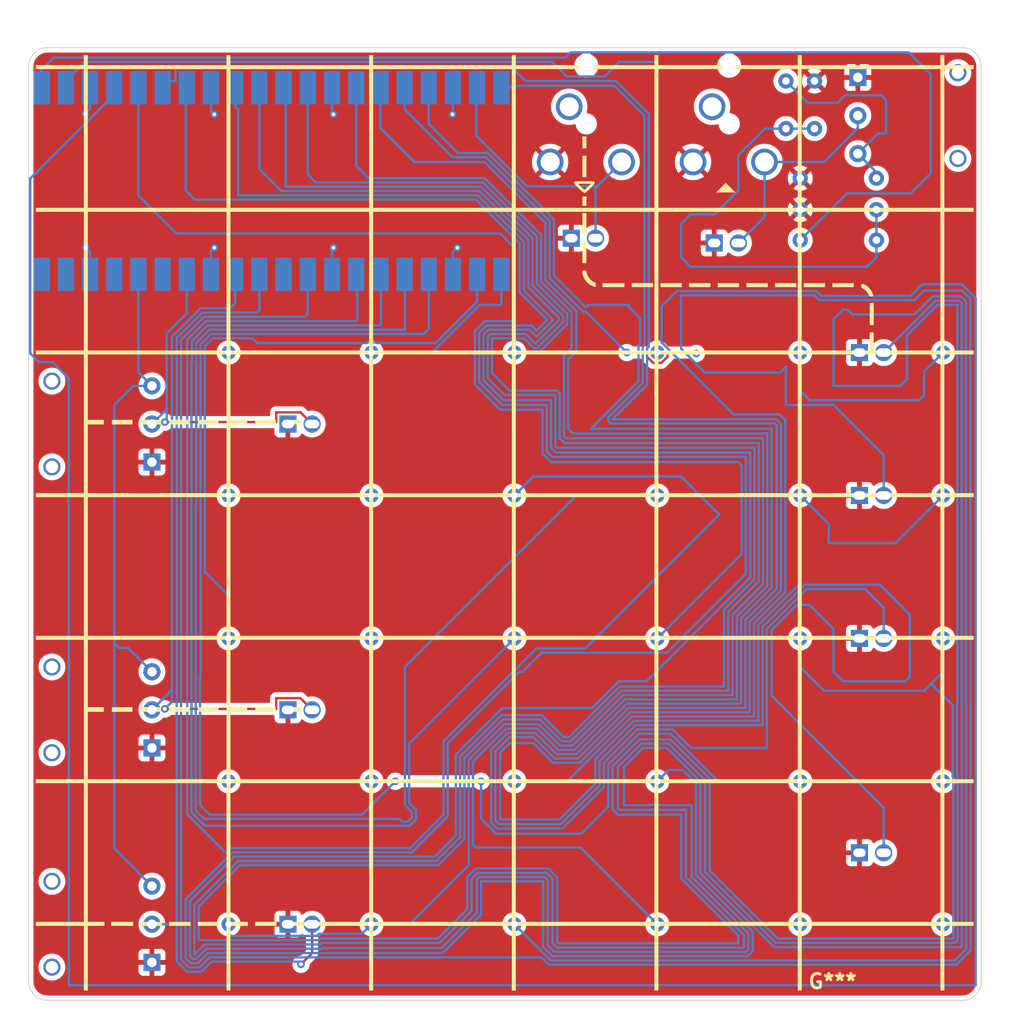
<source format=kicad_pcb>
(kicad_pcb (version 20211014) (generator pcbnew)
  (layers (0 "F.Cu" signal) (31 "B.Cu" signal) (34 "B.Paste" user) (35 "F.Paste" user) (36 "B.SilkS" user "B.Silkscreen") (37 "F.SilkS" user "F.Silkscreen") (38 "B.Mask" user) (39 "F.Mask" user) (44 "Edge.Cuts" user))
  (net 0 "")
  (net 1 "GND")
  (net 2 "Net-(H1-Pad1)")
  (net 3 "Net-(H2-Pad1)")
  (net 4 "Net-(H3-Pad1)")
  (net 5 "Net-(H4-Pad1)")
  (net 6 "Net-(H8-Pad1)")
  (net 7 "Net-(H9-Pad1)")
  (net 8 "Net-(H10-Pad1)")
  (net 9 "Net-(H11-Pad1)")
  (net 10 "Net-(C2-Pad2)")
  (net 11 "Net-(H14-Pad1)")
  (net 12 "Net-(H18-Pad1)")
  (net 13 "Net-(H19-Pad1)")
  (net 14 "Net-(H20-Pad1)")
  (net 15 "Net-(H21-Pad1)")
  (net 16 "Net-(H22-Pad1)")
  (net 17 "Net-(H23-Pad1)")
  (net 18 "Net-(H24-Pad1)")
  (net 19 "Net-(J3-PadT)")
  (net 20 "Net-(LFOLed1-Pad2)")
  (net 21 "Net-(LFOLed2-Pad2)")
  (net 22 "Net-(LFOLed3-Pad2)")
  (net 24 "Net-(Pot1Led1-Pad2)")
  (net 31 "Net-(Pot2Led1-Pad2)")
  (net 32 "Net-(H12-Pad1)")
  (net 33 "+3V3")
  (net 34 "Net-(AudioOutLed1-Pad2)")
  (net 35 "Net-(C1-Pad1)")
  (net 36 "Net-(InVoltLed1-Pad2)")
  (net 37 "Net-(InVoltLed2-Pad2)")
  (net 38 "Net-(R1-Pad2)")
  (footprint "myFootprints:myPad" (layer "F.Cu") (at 134 97)
    (fp_text reference "H22")
    (fp_text value "MountingHole_Pad")
  )
  (footprint "myFootprints:myPad" (layer "F.Cu") (at 59 97)
    (fp_text reference "H15")
    (fp_text value "MountingHole_Pad")
  )
  (footprint "myFootprints:myDiscPot" (layer "F.Cu") (at 50.95 131 180)
    (fp_text reference "U5")
    (fp_text value "MyPotType1")
  )
  (footprint "myFootprints:myDiscPot" (layer "F.Cu") (at 50.95 108.5 180)
    (fp_text reference "U4")
    (fp_text value "MyPotType1")
  )
  (footprint "myFootprints:myLed" (layer "F.Cu") (at 125.225 67)
    (fp_text reference "InVoltLed1")
    (fp_text value "LED")
  )
  (footprint "myFootprints:myPad" (layer "F.Cu") (at 74 127)
    (fp_text reference "H12")
    (fp_text value "MountingHole_Pad")
  )
  (footprint "myFootprints:myAudioJackFootprint" (layer "F.Cu") (at 96.25 42)
    (fp_text reference "J3")
    (fp_text value "Out Volt")
  )
  (footprint "myFootprints:myPad" (layer "F.Cu") (at 119 82)
    (fp_text reference "H28")
    (fp_text value "MountingHole_Pad")
  )
  (footprint "myFootprints:myPad" (layer "F.Cu") (at 119 97)
    (fp_text reference "H26")
    (fp_text value "MountingHole_Pad")
  )
  (footprint "myFootprints:myPad" (layer "F.Cu") (at 134 127)
    (fp_text reference "H5")
    (fp_text value "MountingHole_Pad")
  )
  (footprint "myFootprints:myPad" (layer "F.Cu") (at 59 67)
    (fp_text reference "H30")
    (fp_text value "MountingHole_Pad")
  )
  (footprint "myFootprints:myPad" (layer "F.Cu") (at 104 127)
    (fp_text reference "H20")
    (fp_text value "MountingHole_Pad")
  )
  (footprint "myFootprints:myPad" (layer "F.Cu") (at 119 112)
    (fp_text reference "H1")
    (fp_text value "MountingHole_Pad" hide)
  )
  (footprint "myFootprints:myAudioJackFootprint" (layer "F.Cu") (at 111.25 42)
    (fp_text reference "J1")
    (fp_text value "Out Audio")
  )
  (footprint "myFootprints:myLed" (layer "F.Cu") (at 65.225 127)
    (fp_text reference "InVoltLed2")
    (fp_text value "LED")
  )
  (footprint "myFootprints:myLed" (layer "F.Cu") (at 94.975 55)
    (fp_text reference "OutVoltLed1")
    (fp_text value "LED")
  )
  (footprint "myFootprints:myLed" (layer "F.Cu") (at 109.975 55.5)
    (fp_text reference "AudioOutLed1")
    (fp_text value "LED")
  )
  (footprint "myFootprints:myPad" (layer "F.Cu") (at 134 82)
    (fp_text reference "H21")
    (fp_text value "MountingHole_Pad")
  )
  (footprint "myFootprints:myPad" (layer "F.Cu") (at 74 97)
    (fp_text reference "H14")
    (fp_text value "MountingHole_Pad")
  )
  (footprint "myFootprints:myPad" (layer "F.Cu") (at 134 67)
    (fp_text reference "H27")
    (fp_text value "MountingHole_Pad")
  )
  (footprint "myFootprints:myDiscPot" (layer "F.Cu") (at 50.95 78.5 180)
    (fp_text reference "U3")
    (fp_text value "MyPotType1")
  )
  (footprint "myFootprints:myPad" (layer "F.Cu") (at 74 82)
    (fp_text reference "H25")
    (fp_text value "MountingHole_Pad")
  )
  (footprint "myFootprints:myPad" (layer "F.Cu") (at 104 67)
    (fp_text reference "H8")
    (fp_text value "MountingHole_Pad")
  )
  (footprint "myFootprints:myLed" (layer "F.Cu") (at 65.225 74.5)
    (fp_text reference "Pot1Led1")
    (fp_text value "LED")
  )
  (footprint "myFootprints:myPad" (layer "F.Cu") (at 89 112)
    (fp_text reference "H11")
    (fp_text value "MountingHole_Pad")
  )
  (footprint "myFootprints:myPad" (layer "F.Cu") (at 89 127)
    (fp_text reference "H19")
    (fp_text value "MountingHole_Pad")
  )
  (footprint "myFootprints:myPad" (layer "F.Cu") (at 59 127)
    (fp_text reference "H13")
    (fp_text value "MountingHole_Pad")
  )
  (footprint "myFootprints:myLed" (layer "F.Cu") (at 125.225 97)
    (fp_text reference "LFOLed2")
    (fp_text value "LED")
  )
  (footprint "myFootprints:myPad" (layer "F.Cu") (at 104 112)
    (fp_text reference "H9")
    (fp_text value "MountingHole_Pad")
  )
  (footprint "myFootprints:myResistor" (layer "F.Cu") (at 127 52 180)
    (fp_text reference "R2")
    (fp_text value "R100om")
  )
  (footprint "myFootprints:myLed" (layer "F.Cu") (at 125.225 119.5)
    (fp_text reference "LFOLed1")
    (fp_text value "LED")
  )
  (footprint "myFootprints:myPad" (layer "F.Cu") (at 89 97)
    (fp_text reference "H3")
    (fp_text value "MountingHole_Pad")
  )
  (footprint "myFootprints:myPad" (layer "F.Cu") (at 59 112)
    (fp_text reference "H16")
    (fp_text value "MountingHole_Pad")
  )
  (footprint "myFootprints:myPad" (layer "F.Cu") (at 119 127)
    (fp_text reference "H7")
    (fp_text value "MountingHole_Pad")
  )
  (footprint "myFootprints:myPad" (layer "F.Cu") (at 134 112)
    (fp_text reference "H6")
    (fp_text value "MountingHole_Pad")
  )
  (footprint "myFootprints:myCapacitor" (layer "F.Cu") (at 117.5 43.5 90)
    (fp_text reference "C2")
    (fp_text value "C47uf")
  )
  (footprint "myFootprints:myPad" (layer "F.Cu") (at 119 67)
    (fp_text reference "H23")
    (fp_text value "MountingHole_Pad")
  )
  (footprint "myFootprints:myLed" (layer "F.Cu") (at 65.225 104.5)
    (fp_text reference "Pot2Led1")
    (fp_text value "LED")
  )
  (footprint "myFootprints:myDiscPot" (layer "F.Cu") (at 125.05 38.13)
    (fp_text reference "U2")
    (fp_text value "Volume Pot")
  )
  (footprint "myFootprints:myPad" (layer "F.Cu") (at 74 67)
    (fp_text reference "H29")
    (fp_text value "MountingHole_Pad")
  )
  (footprint "myFootprints:myPad" (layer "F.Cu") (at 89 67)
    (fp_text reference "H10")
    (fp_text value "MountingHole_Pad")
  )
  (footprint "myFootprints:myPad" (layer "F.Cu") (at 89 82)
    (fp_text reference "H2")
    (fp_text value "MountingHole_Pad")
  )
  (footprint "myFootprints:myCapacitor" (layer "F.Cu") (at 120.5 43.5 90)
    (fp_text reference "C1")
    (fp_text value "C100pf")
  )
  (footprint "myFootprints:myResistor" (layer "F.Cu") (at 127 48.7 180)
    (fp_text reference "R3")
    (fp_text value "R1.8kom")
  )
  (footprint "myFootprints:myResistor" (layer "F.Cu") (at 127 55.2 180)
    (fp_text reference "R1")
    (fp_text value "R220")
  )
  (footprint "myFootprints:myPad" (layer "F.Cu") (at 74 112)
    (fp_text reference "H17")
    (fp_text value "MountingHole_Pad")
  )
  (footprint "myFootprints:myPad" (layer "F.Cu") (at 104 97)
    (fp_text reference "H18")
    (fp_text value "MountingHole_Pad")
  )
  (footprint "myFootprints:myPad" (layer "F.Cu") (at 59 82)
    (fp_text reference "H24")
    (fp_text value "MountingHole_Pad")
  )
  (footprint "myFootprints:myLed" (layer "F.Cu") (at 125.225 82)
    (fp_text reference "LFOLed3")
    (fp_text value "LED")
  )
  (footprint "LOGO" (layer "F.Cu") (at 87.884 84.836)
    (fp_text reference "G***")
    (fp_text value "LOGO" hide)
  )
  (footprint "myFootprints:myPad" (layer "F.Cu") (at 104 82)
    (fp_text reference "H4")
    (fp_text value "MountingHole_Pad")
  )
  (footprint "myFootprints:myPico" (layer "B.Cu") (at 63.5 49 -90)
    (fp_text reference "U1")
    (fp_text value "Pico")
  )
  (gr_line (start 136 35) (end 40 35) (layer "Edge.Cuts") (width 0.1))
  (gr_arc (start 38 37) (mid 38.585786 35.585786) (end 40 35) (layer "Edge.Cuts") (width 0.1))
  (gr_arc (start 138 133) (mid 137.414214 134.414214) (end 136 135) (layer "Edge.Cuts") (width 0.1))
  (gr_arc (start 40 135) (mid 38.585786 134.414214) (end 38 133) (layer "Edge.Cuts") (width 0.1))
  (gr_arc (start 136 35) (mid 137.414214 35.585786) (end 138 37) (layer "Edge.Cuts") (width 0.1))
  (gr_line (start 138 133) (end 138 37) (layer "Edge.Cuts") (width 0.1))
  (gr_line (start 40 135) (end 136 135) (layer "Edge.Cuts") (width 0.1))
  (gr_line (start 38 37) (end 38 133) (layer "Edge.Cuts") (width 0.1))
  (via (at 57.5 56) (size 0.8) (drill 0.4) (layers "F.Cu" "B.Cu") (net 1))
  (via (at 70 56) (size 0.8) (drill 0.4) (layers "F.Cu" "B.Cu") (net 1))
  (via (at 44 56) (size 0.8) (drill 0.4) (layers "F.Cu" "B.Cu") (net 1))
  (via (at 70 42) (size 0.8) (drill 0.4) (layers "F.Cu" "B.Cu") (net 1))
  (via (at 82.5 42) (size 0.8) (drill 0.4) (layers "F.Cu" "B.Cu") (net 1))
  (via (at 83 56) (size 0.8) (drill 0.4) (layers "F.Cu" "B.Cu") (net 1))
  (via (at 43.942701 41.942701) (size 0.8) (drill 0.4) (layers "F.Cu" "B.Cu") (net 1))
  (via (at 57.5 42) (size 0.8) (drill 0.4) (layers "F.Cu" "B.Cu") (net 1))
  (segment (start 69.85 41.85) (end 70 42) (width 0.25) (layer "B.Cu") (net 1))
  (segment (start 57.15 57.89) (end 57.15 56.35) (width 0.25) (layer "B.Cu") (net 1))
  (segment (start 57.15 56.35) (end 57.5 56) (width 0.25) (layer "B.Cu") (net 1))
  (segment (start 44.45 56.45) (end 44 56) (width 0.25) (layer "B.Cu") (net 1))
  (segment (start 44.45 40.11) (end 44.45 41.435402) (width 0.25) (layer "B.Cu") (net 1))
  (segment (start 44.45 57.89) (end 44.45 56.45) (width 0.25) (layer "B.Cu") (net 1))
  (segment (start 82.55 40.11) (end 82.55 41.95) (width 0.25) (layer "B.Cu") (net 1))
  (segment (start 82.55 57.89) (end 82.55 56.45) (width 0.25) (layer "B.Cu") (net 1))
  (segment (start 82.55 41.95) (end 82.5 42) (width 0.25) (layer "B.Cu") (net 1))
  (segment (start 44.45 41.435402) (end 43.942701 41.942701) (width 0.25) (layer "B.Cu") (net 1))
  (segment (start 57.15 40.11) (end 57.15 41.65) (width 0.25) (layer "B.Cu") (net 1))
  (segment (start 57.15 41.65) (end 57.5 42) (width 0.25) (layer "B.Cu") (net 1))
  (segment (start 82.55 56.45) (end 83 56) (width 0.25) (layer "B.Cu") (net 1))
  (segment (start 69.85 40.11) (end 69.85 41.85) (width 0.25) (layer "B.Cu") (net 1))
  (segment (start 69.85 57.89) (end 69.85 56.15) (width 0.25) (layer "B.Cu") (net 1))
  (segment (start 69.85 56.15) (end 70 56) (width 0.25) (layer "B.Cu") (net 1))
  (segment (start 85.5 112) (end 76.5 112) (width 0.25) (layer "F.Cu") (net 2))
  (via (at 85.5 112) (size 0.8) (drill 0.4) (layers "F.Cu" "B.Cu") (net 2))
  (via (at 76.5 112) (size 0.8) (drill 0.4) (layers "F.Cu" "B.Cu") (net 2))
  (segment (start 98.845406 110.245406) (end 102.090812 107) (width 0.25) (layer "B.Cu") (net 2))
  (segment (start 76.5 112) (end 73 115.5) (width 0.25) (layer "B.Cu") (net 2))
  (segment (start 105.409188 107) (end 110.409188 112) (width 0.25) (layer "B.Cu") (net 2))
  (segment (start 57.166978 65.05) (end 79.45 65.05) (width 0.25) (layer "B.Cu") (net 2))
  (segment (start 85.5 112) (end 85.5 115.909188) (width 0.25) (layer "B.Cu") (net 2))
  (segment (start 79.45 65.05) (end 80.01 64.49) (width 0.25) (layer "B.Cu") (net 2))
  (segment (start 98.845406 114.654594) (end 98.845406 110.245406) (width 0.25) (layer "B.Cu") (net 2))
  (segment (start 134 127) (end 134 112) (width 0.25) (layer "B.Cu") (net 2))
  (segment (start 56.05 66.166978) (end 57.166978 65.05) (width 0.25) (layer "B.Cu") (net 2))
  (segment (start 102.090812 107) (end 105.409188 107) (width 0.25) (layer "B.Cu") (net 2))
  (segment (start 56 101) (end 56.05 100.95) (width 0.25) (layer "B.Cu") (net 2))
  (segment (start 87.090812 117.5) (end 96 117.5) (width 0.25) (layer "B.Cu") (net 2))
  (segment (start 110.409188 112) (end 119 112) (width 0.25) (layer "B.Cu") (net 2))
  (segment (start 56.05 100.95) (end 56.05 66.166978) (width 0.25) (layer "B.Cu") (net 2))
  (segment (start 73 115.5) (end 57 115.5) (width 0.25) (layer "B.Cu") (net 2))
  (segment (start 134 127) (end 119 127) (width 0.25) (layer "B.Cu") (net 2))
  (segment (start 119 127) (end 119 112) (width 0.25) (layer "B.Cu") (net 2))
  (segment (start 80.01 64.49) (end 80.01 57.89) (width 0.25) (layer "B.Cu") (net 2))
  (segment (start 96 117.5) (end 98.845406 114.654594) (width 0.25) (layer "B.Cu") (net 2))
  (segment (start 56 114.5) (end 56 101) (width 0.25) (layer "B.Cu") (net 2))
  (segment (start 85.5 115.909188) (end 87.090812 117.5) (width 0.25) (layer "B.Cu") (net 2))
  (segment (start 57 115.5) (end 56 114.5) (width 0.25) (layer "B.Cu") (net 2))
  (segment (start 72.3 63.7) (end 56.60779 63.7) (width 0.25) (layer "B.Cu") (net 3))
  (segment (start 72.39 59.5) (end 72.5 59.61) (width 0.25) (layer "B.Cu") (net 3))
  (segment (start 54.65 115.436396) (end 58.720406 119.506802) (width 0.25) (layer "B.Cu") (net 3))
  (segment (start 96.45 98.05) (end 110.5 84) (width 0.25) (layer "B.Cu") (net 3))
  (segment (start 78.047792 119) (end 81.55 115.497792) (width 0.25) (layer "B.Cu") (net 3))
  (segment (start 72.5 63.5) (end 72.3 63.7) (width 0.25) (layer "B.Cu") (net 3))
  (segment (start 106.5 80) (end 91 80) (width 0.25) (layer "B.Cu") (net 3))
  (segment (start 72.5 59.61) (end 72.5 63.5) (width 0.25) (layer "B.Cu") (net 3))
  (segment (start 72.39 57.89) (end 72.39 59.5) (width 0.25) (layer "B.Cu") (net 3))
  (segment (start 59.227208 119) (end 78.047792 119) (width 0.25) (layer "B.Cu") (net 3))
  (segment (start 58.720406 119.506802) (end 59.227208 119) (width 0.25) (layer "B.Cu") (net 3))
  (segment (start 54.65 65.65779) (end 54.65 115.436396) (width 0.25) (layer "B.Cu") (net 3))
  (segment (start 81.55 115.497792) (end 81.55 107.813604) (width 0.25) (layer "B.Cu") (net 3))
  (segment (start 110.5 84) (end 106.5 80) (width 0.25) (layer "B.Cu") (net 3))
  (segment (start 56.60779 63.7) (end 54.65 65.65779) (width 0.25) (layer "B.Cu") (net 3))
  (segment (start 81.55 107.813604) (end 91.313604 98.05) (width 0.25) (layer "B.Cu") (net 3))
  (segment (start 91 80) (end 89 82) (width 0.25) (layer "B.Cu") (net 3))
  (segment (start 91.313604 98.05) (end 96.45 98.05) (width 0.25) (layer "B.Cu") (net 3))
  (segment (start 74.93 57.89) (end 74.93 59.5) (width 0.25) (layer "B.Cu") (net 4))
  (segment (start 55.15 65.794186) (end 55.15 68) (width 0.25) (layer "B.Cu") (net 4))
  (segment (start 78.675 115.986701) (end 78.675 115.013299) (width 0.25) (layer "B.Cu") (net 4))
  (segment (start 74.85 64.15) (end 56.794186 64.15) (width 0.25) (layer "B.Cu") (net 4))
  (segment (start 77.986701 116.675) (end 78.675 115.986701) (width 0.25) (layer "B.Cu") (net 4))
  (segment (start 75 64) (end 74.85 64.15) (width 0.25) (layer "B.Cu") (net 4))
  (segment (start 56.794186 64.15) (end 55.15 65.794186) (width 0.25) (layer "B.Cu") (net 4))
  (segment (start 78.675 115.013299) (end 77.95 114.288299) (width 0.25) (layer "B.Cu") (net 4))
  (segment (start 77.95 114.288299) (end 77.95 108.05) (width 0.25) (layer "B.Cu") (net 4))
  (segment (start 74.93 59.5) (end 75 59.57) (width 0.25) (layer "B.Cu") (net 4))
  (segment (start 75 59.57) (end 75 64) (width 0.25) (layer "B.Cu") (net 4))
  (segment (start 55.1 115.25) (end 56.525 116.675) (width 0.25) (layer "B.Cu") (net 4))
  (segment (start 55.1 68.05) (end 55.1 115.25) (width 0.25) (layer "B.Cu") (net 4))
  (segment (start 55.15 68) (end 55.1 68.05) (width 0.25) (layer "B.Cu") (net 4))
  (segment (start 56.525 116.675) (end 77.986701 116.675) (width 0.25) (layer "B.Cu") (net 4))
  (segment (start 77.95 108.05) (end 89 97) (width 0.25) (layer "B.Cu") (net 4))
  (segment (start 77.800305 116.225) (end 78.225 115.800305) (width 0.25) (layer "B.Cu") (net 5))
  (segment (start 77.47 59.5) (end 77.5 59.53) (width 0.25) (layer "B.Cu") (net 5))
  (segment (start 55.55 83.05) (end 55.55 115.063604) (width 0.25) (layer "B.Cu") (net 5))
  (segment (start 56.436396 115.95) (end 76.924695 115.95) (width 0.25) (layer "B.Cu") (net 5))
  (segment (start 77.5 100) (end 95.5 82) (width 0.25) (layer "B.Cu") (net 5))
  (segment (start 77.47 57.89) (end 77.47 59.5) (width 0.25) (layer "B.Cu") (net 5))
  (segment (start 77.5 114.474695) (end 77.5 100) (width 0.25) (layer "B.Cu") (net 5))
  (segment (start 78.225 115.199695) (end 77.5 114.474695) (width 0.25) (layer "B.Cu") (net 5))
  (segment (start 77.199695 116.225) (end 77.800305 116.225) (width 0.25) (layer "B.Cu") (net 5))
  (segment (start 77.5 59.53) (end 77.5 64.6) (width 0.25) (layer "B.Cu") (net 5))
  (segment (start 78.225 115.800305) (end 78.225 115.199695) (width 0.25) (layer "B.Cu") (net 5))
  (segment (start 76.924695 115.95) (end 77.199695 116.225) (width 0.25) (layer "B.Cu") (net 5))
  (segment (start 55.6 83) (end 55.55 83.05) (width 0.25) (layer "B.Cu") (net 5))
  (segment (start 77.5 64.6) (end 56.980582 64.6) (width 0.25) (layer "B.Cu") (net 5))
  (segment (start 95.5 82) (end 104 82) (width 0.25) (layer "B.Cu") (net 5))
  (segment (start 55.6 65.980582) (end 55.6 83) (width 0.25) (layer "B.Cu") (net 5))
  (segment (start 56.980582 64.6) (end 55.6 65.980582) (width 0.25) (layer "B.Cu") (net 5))
  (segment (start 55.55 115.063604) (end 56.436396 115.95) (width 0.25) (layer "B.Cu") (net 5))
  (segment (start 41.91 38.5) (end 43.91 36.5) (width 0.25) (layer "B.Cu") (net 6))
  (segment (start 94.525001 38.025001) (end 98.474999 38.025001) (width 0.25) (layer "B.Cu") (net 6))
  (segment (start 100 36.5) (end 104 36.5) (width 0.25) (layer "B.Cu") (net 6))
  (segment (start 43.91 36.5) (end 93 36.5) (width 0.25) (layer "B.Cu") (net 6))
  (segment (start 41.91 40.11) (end 41.91 38.5) (width 0.25) (layer "B.Cu") (net 6))
  (segment (start 93 36.5) (end 94.525001 38.025001) (width 0.25) (layer "B.Cu") (net 6))
  (segment (start 98.474999 38.025001) (end 100 36.5) (width 0.25) (layer "B.Cu") (net 6))
  (segment (start 104 36.5) (end 104 67) (width 0.25) (layer "B.Cu") (net 6))
  (segment (start 92 129.363604) (end 92.986396 130.35) (width 0.25) (layer "B.Cu") (net 7))
  (segment (start 55.772792 131.086396) (end 56.834188 130.025) (width 0.25) (layer "B.Cu") (net 7))
  (segment (start 114 129.822792) (end 114 127.772792) (width 0.25) (layer "B.Cu") (net 7))
  (segment (start 108.05 121.822792) (end 108.05 112.186396) (width 0.25) (layer "B.Cu") (net 7))
  (segment (start 54.5 130.559188) (end 55.027208 131.086396) (width 0.25) (layer "B.Cu") (net 7))
  (segment (start 82 108) (end 82 115.684188) (width 0.25) (layer "B.Cu") (net 7))
  (segment (start 89.5 100.5) (end 82 108) (width 0.25) (layer "B.Cu") (net 7))
  (segment (start 85.3 64.940812) (end 85.3 70.072792) (width 0.25) (layer "B.Cu") (net 7))
  (segment (start 92.95 77.95) (end 113.25 77.95) (width 0.25) (layer "B.Cu") (net 7))
  (segment (start 114 127.772792) (end 108.05 121.822792) (width 0.25) (layer "B.Cu") (net 7))
  (segment (start 108.05 112.186396) (end 106.681802 110.818198) (width 0.25) (layer "B.Cu") (net 7))
  (segment (start 90.786396 64.15) (end 86.090812 64.15) (width 0.25) (layer "B.Cu") (net 7))
  (segment (start 84.95 50.95) (end 89.55 55.55) (width 0.25) (layer "B.Cu") (net 7))
  (segment (start 86.090812 64.15) (end 85.3 64.940812) (width 0.25) (layer "B.Cu") (net 7))
  (segment (start 113.25 77.95) (end 113.3 78) (width 0.25) (layer "B.Cu") (net 7))
  (segment (start 105.181802 110.818198) (end 104 112) (width 0.25) (layer "B.Cu") (net 7))
  (segment (start 81.475 130.025) (end 85.5 126) (width 0.25) (layer "B.Cu") (net 7))
  (segment (start 113.472792 130.35) (end 114 129.822792) (width 0.25) (layer "B.Cu") (net 7))
  (segment (start 113.3 90.2) (end 105 98.5) (width 0.25) (layer "B.Cu") (net 7))
  (segment (start 82 115.684188) (end 78.234188 119.45) (width 0.25) (layer "B.Cu") (net 7))
  (segment (start 85.5 126) (end 85.5 122.5) (width 0.25) (layer "B.Cu") (net 7))
  (segment (start 87.727208 72.5) (end 92.4 72.5) (width 0.25) (layer "B.Cu") (net 7))
  (segment (start 105 98.5) (end 91.863604 98.5) (width 0.25) (layer "B.Cu") (net 7))
  (segment (start 54.61 40.11) (end 54.5 40.22) (width 0.25) (layer "B.Cu") (net 7))
  (segment (start 89.55 55.55) (end 89.55 60.686396) (width 0.25) (layer "B.Cu") (net 7))
  (segment (start 91.320406 64.68401) (end 90.786396 64.15) (width 0.25) (layer "B.Cu") (net 7))
  (segment (start 91.863604 98.5) (end 89.863604 100.5) (width 0.25) (layer "B.Cu") (net 7))
  (segment (start 78.234188 119.45) (end 59.413604 119.45) (width 0.25) (layer "B.Cu") (net 7))
  (segment (start 59.413604 119.45) (end 54.5 124.363604) (width 0.25) (layer "B.Cu") (net 7))
  (segment (start 89.55 60.686396) (end 92.431802 63.568198) (width 0.25) (layer "B.Cu") (net 7))
  (segment (start 55.45 50.95) (end 84.95 50.95) (width 0.25) (layer "B.Cu") (net 7))
  (segment (start 56.834188 130.025) (end 81.475 130.025) (width 0.25) (layer "B.Cu") (net 7))
  (segment (start 89.863604 100.5) (end 89.5 100.5) (width 0.25) (layer "B.Cu") (net 7))
  (segment (start 106.681802 110.818198) (end 105.181802 110.818198) (width 0.25) (layer "B.Cu") (net 7))
  (segment (start 92 122.5) (end 92 129.363604) (width 0.25) (layer "B.Cu") (net 7))
  (segment (start 92.4 77.4) (end 92.95 77.95) (width 0.25) (layer "B.Cu") (net 7))
  (segment (start 54.5 50) (end 55.45 50.95) (width 0.25) (layer "B.Cu") (net 7))
  (segment (start 85.5 122.5) (end 92 122.5) (width 0.25) (layer "B.Cu") (net 7))
  (segment (start 92.986396 130.35) (end 113.472792 130.35) (width 0.25) (layer "B.Cu") (net 7))
  (segment (start 92.431802 63.568198) (end 92.431802 63.572614) (width 0.25) (layer "B.Cu") (net 7))
  (segment (start 113.3 78) (end 113.3 90.2) (width 0.25) (layer "B.Cu") (net 7))
  (segment (start 92.4 72.5) (end 92.4 77.4) (width 0.25) (layer "B.Cu") (net 7))
  (segment (start 54.5 40.22) (end 54.5 50) (width 0.25) (layer "B.Cu") (net 7))
  (segment (start 92.431802 63.572614) (end 91.320406 64.68401) (width 0.25) (layer "B.Cu") (net 7))
  (segment (start 85.3 70.072792) (end 87.727208 72.5) (width 0.25) (layer "B.Cu") (net 7))
  (segment (start 55.027208 131.086396) (end 55.772792 131.086396) (width 0.25) (layer "B.Cu") (net 7))
  (segment (start 54.5 124.363604) (end 54.5 130.559188) (width 0.25) (layer "B.Cu") (net 7))
  (segment (start 94.55 62.959188) (end 94.55 64) (width 0.25) (layer "B.Cu") (net 8))
  (segment (start 67.31 48.31) (end 68.15 49.15) (width 0.25) (layer "B.Cu") (net 8))
  (segment (start 91.35 54.804416) (end 91.35 59.759188) (width 0.25) (layer "B.Cu") (net 8))
  (segment (start 68.15 49.15) (end 85.695584 49.15) (width 0.25) (layer "B.Cu") (net 8))
  (segment (start 94.55 64) (end 91.55 67) (width 0.25) (layer "B.Cu") (net 8))
  (segment (start 91.35 59.759188) (end 94.55 62.959188) (width 0.25) (layer "B.Cu") (net 8))
  (segment (start 67.31 40.11) (end 67.31 48.31) (width 0.25) (layer "B.Cu") (net 8))
  (segment (start 91.55 67) (end 89 67) (width 0.25) (layer "B.Cu") (net 8))
  (segment (start 85.695584 49.15) (end 91.35 54.804416) (width 0.25) (layer "B.Cu") (net 8))
  (segment (start 104.45 62.15) (end 104.45 65.92972) (width 0.25) (layer "B.Cu") (net 9))
  (segment (start 104.45 65.92972) (end 112.02028 73.5) (width 0.25) (layer "B.Cu") (net 9))
  (segment (start 42.21556 133.397972) (end 137.416994 133.397972) (width 0.25) (layer "B.Cu") (net 9))
  (segment (start 122.35 61.05) (end 121.2 61.05) (width 0.25) (layer "B.Cu") (net 9))
  (segment (start 39.092588 68) (end 40.5 68) (width 0.25) (layer "B.Cu") (net 9))
  (segment (start 114.15 105.2) (end 101.345228 105.2) (width 0.25) (layer "B.Cu") (net 9))
  (segment (start 120.7 60.55) (end 106.05 60.55) (width 0.25) (layer "B.Cu") (net 9))
  (segment (start 114.15 95.440812) (end 114.15 105.2) (width 0.25) (layer "B.Cu") (net 9))
  (segment (start 122.4 61) (end 122.35 61.05) (width 0.25) (layer "B.Cu") (net 9))
  (segment (start 117.431802 74.068198) (end 117.431802 92.15901) (width 0.25) (layer "B.Cu") (net 9))
  (segment (start 101.345228 105.2) (end 94.545228 112) (width 0.25) (layer "B.Cu") (net 9))
  (segment (start 122.45 61.05) (end 122.4 61) (width 0.25) (layer "B.Cu") (net 9))
  (segment (start 112.02028 73.5) (end 116.863604 73.5) (width 0.25) (layer "B.Cu") (net 9))
  (segment (start 40.5 68) (end 42.21556 69.71556) (width 0.25) (layer "B.Cu") (net 9))
  (segment (start 46.8 40.11) (end 38.170564 48.739436) (width 0.25) (layer "B.Cu") (net 9))
  (segment (start 42.21556 69.71556) (end 42.21556 133.397972) (width 0.25) (layer "B.Cu") (net 9))
  (segment (start 46.99 40.11) (end 46.8 40.11) (width 0.25) (layer "B.Cu") (net 9))
  (segment (start 131.818198 59.831802) (end 130.6 61.05) (width 0.25) (layer "B.Cu") (net 9))
  (segment (start 38.170564 48.739436) (end 38.170564 67.077976) (width 0.25) (layer "B.Cu") (net 9))
  (segment (start 137.416994 133.397972) (end 137.416994 61.280598) (width 0.25) (layer "B.Cu") (net 9))
  (segment (start 135.968198 59.831802) (end 131.818198 59.831802) (width 0.25) (layer "B.Cu") (net 9))
  (segment (start 94.545228 112) (end 89 112) (width 0.25) (layer "B.Cu") (net 9))
  (segment (start 38.170564 67.077976) (end 39.092588 68) (width 0.25) (layer "B.Cu") (net 9))
  (segment (start 116.863604 73.5) (end 117.431802 74.068198) (width 0.25) (layer "B.Cu") (net 9))
  (segment (start 137.416994 61.280598) (end 135.968198 59.831802) (width 0.25) (layer "B.Cu") (net 9))
  (segment (start 121.2 61.05) (end 120.7 60.55) (width 0.25) (layer "B.Cu") (net 9))
  (segment (start 106.05 60.55) (end 104.45 62.15) (width 0.25) (layer "B.Cu") (net 9))
  (segment (start 130.6 61.05) (end 122.45 61.05) (width 0.25) (layer "B.Cu") (net 9))
  (segment (start 117.431802 92.15901) (end 114.15 95.440812) (width 0.25) (layer "B.Cu") (net 9))
  (segment (start 125.05 46.13) (end 127 48.08) (width 0.25) (layer "B.Cu") (net 10))
  (segment (start 117.5 38.5) (end 119.8 40.8) (width 0.25) (layer "B.Cu") (net 10))
  (segment (start 127 48.08) (end 127 48.7) (width 0.25) (layer "B.Cu") (net 10))
  (segment (start 123.7 40) (end 127.5 40) (width 0.25) (layer "B.Cu") (net 10))
  (segment (start 128 40.5) (end 128 44) (width 0.25) (layer "B.Cu") (net 10))
  (segment (start 119.8 40.8) (end 122.9 40.8) (width 0.25) (layer "B.Cu") (net 10))
  (segment (start 127.18 44) (end 125.05 46.13) (width 0.25) (layer "B.Cu") (net 10))
  (segment (start 128 44) (end 127.18 44) (width 0.25) (layer "B.Cu") (net 10))
  (segment (start 122.9 40.8) (end 123.7 40) (width 0.25) (layer "B.Cu") (net 10))
  (segment (start 127.5 40) (end 128 40.5) (width 0.25) (layer "B.Cu") (net 10))
  (segment (start 59 92.5) (end 56.5 90) (width 0.25) (layer "B.Cu") (net 11))
  (segment (start 74.44528 65.925) (end 74.52028 66) (width 0.25) (layer "B.Cu") (net 11))
  (segment (start 59 97) (end 59 92.5) (width 0.25) (layer "B.Cu") (net 11))
  (segment (start 59 97) (end 74 97) (width 0.25) (layer "B.Cu") (net 11))
  (segment (start 59 112) (end 74 112) (width 0.25) (layer "B.Cu") (net 11))
  (segment (start 80.727208 66) (end 85.09 61.637208) (width 0.25) (layer "B.Cu") (net 11))
  (segment (start 56.5 90) (end 56.5 66.353374) (width 0.25) (layer "B.Cu") (net 11))
  (segment (start 74.52028 66) (end 80.727208 66) (width 0.25) (layer "B.Cu") (net 11))
  (segment (start 57.353374 65.5) (end 61.5 65.5) (width 0.25) (layer "B.Cu") (net 11))
  (segment (start 56.5 66.353374) (end 57.353374 65.5) (width 0.25) (layer "B.Cu") (net 11))
  (segment (start 73.55472 65.925) (end 74.44528 65.925) (width 0.25) (layer "B.Cu") (net 11))
  (segment (start 73.47972 66) (end 73.55472 65.925) (width 0.25) (layer "B.Cu") (net 11))
  (segment (start 62 66) (end 73.47972 66) (width 0.25) (layer "B.Cu") (net 11))
  (segment (start 59 112) (end 59 97) (width 0.25) (layer "B.Cu") (net 11))
  (segment (start 61.5 65.5) (end 62 66) (width 0.25) (layer "B.Cu") (net 11))
  (segment (start 85.09 61.637208) (end 85.09 57.89) (width 0.25) (layer "B.Cu") (net 11))
  (segment (start 53.5 54.5) (end 49.53 50.53) (width 0.25) (layer "B.Cu") (net 12))
  (segment (start 112.85 78.85) (end 112.5 78.5) (width 0.25) (layer "B.Cu") (net 12))
  (segment (start 89 63.7) (end 89 56) (width 0.25) (layer "B.Cu") (net 12))
  (segment (start 87.5 73) (end 84.85 70.35) (width 0.25) (layer "B.Cu") (net 12))
  (segment (start 112.85 88.15) (end 112.85 78.85) (width 0.25) (layer "B.Cu") (net 12))
  (segment (start 92.863604 78.5) (end 91.95 77.586396) (width 0.25) (layer "B.Cu") (net 12))
  (segment (start 87.5 54.5) (end 53.5 54.5) (width 0.25) (layer "B.Cu") (net 12))
  (segment (start 84.85 64.754416) (end 85.904416 63.7) (width 0.25) (layer "B.Cu") (net 12))
  (segment (start 49.53 50.53) (end 49.53 40.11) (width 0.25) (layer "B.Cu") (net 12))
  (segment (start 84.85 70.35) (end 84.85 64.754416) (width 0.25) (layer "B.Cu") (net 12))
  (segment (start 91.95 73) (end 87.5 73) (width 0.25) (layer "B.Cu") (net 12))
  (segment (start 91.95 77.586396) (end 91.95 73) (width 0.25) (layer "B.Cu") (net 12))
  (segment (start 104 97) (end 112.85 88.15) (width 0.25) (layer "B.Cu") (net 12))
  (segment (start 85.904416 63.7) (end 89 63.7) (width 0.25) (layer "B.Cu") (net 12))
  (segment (start 89 56) (end 87.5 54.5) (width 0.25) (layer "B.Cu") (net 12))
  (segment (start 112.5 78.5) (end 92.863604 78.5) (width 0.25) (layer "B.Cu") (net 12))
  (segment (start 135.5 103.863604) (end 135.45 103.913604) (width 0.25) (layer "B.Cu") (net 13))
  (segment (start 91.86802 105.05) (end 94.16802 107.35) (width 0.25) (layer "B.Cu") (net 13))
  (segment (start 55.4 124.9) (end 55.463604 124.9) (width 0.25) (layer "B.Cu") (net 13))
  (segment (start 135.525 128.686396) (end 135.261396 128.95) (width 0.25) (layer "B.Cu") (net 13))
  (segment (start 122.5 70.5) (end 129.5 70.5) (width 0.25) (layer "B.Cu") (net 13))
  (segment (start 109 121.5) (end 109 111.863604) (width 0.25) (layer "B.Cu") (net 13))
  (segment (start 86.463604 65.05) (end 90.186396 65.05) (width 0.25) (layer "B.Cu") (net 13))
  (segment (start 93.65 63.627208) (end 93.65 63.33198) (width 0.25) (layer "B.Cu") (net 13))
  (segment (start 68.645204 129.125) (end 56.461396 129.125) (width 0.25) (layer "B.Cu") (net 13))
  (segment (start 109 111.863604) (end 105.186396 108.05) (width 0.25) (layer "B.Cu") (net 13))
  (segment (start 84.5 122.227208) (end 84.5 125.6) (width 0.25) (layer "B.Cu") (net 13))
  (segment (start 135.872792 61.1) (end 132.9 61.1) (width 0.25) (layer "B.Cu") (net 13))
  (segment (start 91.206802 66.070406) (end 93.65 63.627208) (width 0.25) (layer "B.Cu") (net 13))
  (segment (start 99.863604 114.863604) (end 100 115) (width 0.25) (layer "B.Cu") (net 13))
  (segment (start 92.8 130.8) (end 135.211396 130.8) (width 0.25) (layer "B.Cu") (net 13))
  (segment (start 93.25 71.45) (end 87.95 71.45) (width 0.25) (layer "B.Cu") (net 13))
  (segment (start 68.820204 128.95) (end 68.645204 129.125) (width 0.25) (layer "B.Cu") (net 13))
  (segment (start 116.45 128.95) (end 109 121.5) (width 0.25) (layer "B.Cu") (net 13))
  (segment (start 135.45 111.293324) (end 135.525 111.368324) (width 0.25) (layer "B.Cu") (net 13))
  (segment (start 135.261396 128.95) (end 116.45 128.95) (width 0.25) (layer "B.Cu") (net 13))
  (segment (start 114.2 77) (end 93.5 77) (width 0.25) (layer "B.Cu") (net 13))
  (segment (start 81.15 128.95) (end 68.820204 128.95) (width 0.25) (layer "B.Cu") (net 13))
  (segment (start 114.186396 90.813604) (end 114.2 90.813604) (width 0.25) (layer "B.Cu") (net 13))
  (segment (start 87.95 71.45) (end 86.2 69.7) (width 0.25) (layer "B.Cu") (net 13))
  (segment (start 111 94) (end 114.186396 90.813604) (width 0.25) (layer "B.Cu") (net 13))
  (segment (start 131 63) (end 124.5 63) (width 0.25) (layer "B.Cu") (net 13))
  (segment (start 100.040456 102.05) (end 111 102.05) (width 0.25) (layer "B.Cu") (net 13))
  (segment (start 90.45 60.13198) (end 90.45 55.177208) (width 0.25) (layer "B.Cu") (net 13))
  (segment (start 107 115) (end 107 122.045584) (width 0.25) (layer "B.Cu") (net 13))
  (segment (start 94.740456 107.35) (end 100.040456 102.05) (width 0.25) (layer "B.Cu") (net 13))
  (segment (start 60.013604 120.35) (end 80.822792 120.35) (width 0.25) (layer "B.Cu") (net 13))
  (segment (start 93.3 71.5) (end 93.25 71.45) (width 0.25) (layer "B.Cu") (net 13))
  (segment (start 90.186396 65.05) (end 91.206802 66.070406) (width 0.25) (layer "B.Cu") (net 13))
  (segment (start 133.401396 62) (end 135.5 62) (width 0.25) (layer "B.Cu") (net 13))
  (segment (start 62.23 47.73) (end 62.23 40.11) (width 0.25) (layer "B.Cu") (net 13))
  (segment (start 93.45 129.45) (end 93 129) (width 0.25) (layer "B.Cu") (net 13))
  (segment (start 122.5 63.5) (end 122.5 70.5) (width 0.25) (layer "B.Cu") (net 13))
  (segment (start 102.313604 108.05) (end 99.863604 110.5) (width 0.25) (layer "B.Cu") (net 13))
  (segment (start 55.4 130.186396) (end 55.4 124.9) (width 0.25) (layer "B.Cu") (net 13))
  (segment (start 114.2 90.813604) (end 114.2 77) (width 0.25) (layer "B.Cu") (net 13))
  (segment (start 90.45 55.177208) (end 85.322792 50.05) (width 0.25) (layer "B.Cu") (net 13))
  (segment (start 84.5 125.6) (end 81.15 128.95) (width 0.25) (layer "B.Cu") (net 13))
  (segment (start 85.322792 50.05) (end 64.55 50.05) (width 0.25) (layer "B.Cu") (net 13))
  (segment (start 86.2 69.7) (end 86.2 65.313604) (width 0.25) (layer "B.Cu") (net 13))
  (segment (start 89 127) (end 92.8 130.8) (width 0.25) (layer "B.Cu") (net 13))
  (segment (start 55.463604 124.9) (end 60.013604 120.35) (width 0.25) (layer "B.Cu") (net 13))
  (segment (start 135.5 62) (end 135.5 103.863604) (width 0.25) (layer "B.Cu") (net 13))
  (segment (start 124 62.5) (end 123.5 62.5) (width 0.25) (layer "B.Cu") (net 13))
  (segment (start 105.186396 108.05) (end 102.313604 108.05) (width 0.25) (layer "B.Cu") (net 13))
  (segment (start 135.211396 130.8) (end 136.425 129.586396) (width 0.25) (layer "B.Cu") (net 13))
  (segment (start 135.525 111.368324) (end 135.525 128.686396) (width 0.25) (layer "B.Cu") (net 13))
  (segment (start 93.5 77) (end 93.3 76.8) (width 0.25) (layer "B.Cu") (net 13))
  (segment (start 136.425 129.586396) (end 136.425 103.888604) (width 0.25) (layer "B.Cu") (net 13))
  (segment (start 93.65 63.33198) (end 90.45 60.13198) (width 0.25) (layer "B.Cu") (net 13))
  (segment (start 87.631624 105.05) (end 91.86802 105.05) (width 0.25) (layer "B.Cu") (net 13))
  (segment (start 85.127208 121.6) (end 84.5 122.227208) (width 0.25) (layer "B.Cu") (net 13))
  (segment (start 92.372792 121.6) (end 85.127208 121.6) (width 0.25) (layer "B.Cu") (net 13))
  (segment (start 136.4 61.627208) (end 135.872792 61.1) (width 0.25) (layer "B.Cu") (net 13))
  (segment (start 130.200698 69.799302) (end 130.200698 65.200698) (width 0.25) (layer "B.Cu") (net 13))
  (segment (start 130.200698 65.200698) (end 133.401396 62) (width 0.25) (layer "B.Cu") (net 13))
  (segment (start 113.1 128.145584) (end 113.1 129.45) (width 0.25) (layer "B.Cu") (net 13))
  (segment (start 80.822792 120.35) (end 83.3 117.872792) (width 0.25) (layer "B.Cu") (net 13))
  (segment (start 93 122.227208) (end 92.372792 121.6) (width 0.25) (layer "B.Cu") (net 13))
  (segment (start 86.2 65.313604) (end 86.463604 65.05) (width 0.25) (layer "B.Cu") (net 13))
  (segment (start 100 115) (end 107 115) (width 0.25) (layer "B.Cu") (net 13))
  (segment (start 113.1 129.45) (end 93.45 129.45) (width 0.25) (layer "B.Cu") (net 13))
  (segment (start 129.5 70.5) (end 130.200698 69.799302) (width 0.25) (layer "B.Cu") (net 13))
  (segment (start 93 129) (end 93 122.227208) (width 0.25) (layer "B.Cu") (net 13))
  (segment (start 111 102.05) (end 111 94) (width 0.25) (layer "B.Cu") (net 13))
  (segment (start 64.55 50.05) (end 62.23 47.73) (width 0.25) (layer "B.Cu") (net 13))
  (segment (start 136.425 103.888604) (end 136.4 103.863604) (width 0.25) (layer "B.Cu") (net 13))
  (segment (start 83.3 109.381624) (end 87.631624 105.05) (width 0.25) (layer "B.Cu") (net 13))
  (segment (start 99.863604 110.5) (end 99.863604 114.863604) (width 0.25) (layer "B.Cu") (net 13))
  (segment (start 93.3 76.8) (end 93.3 71.5) (width 0.25) (layer "B.Cu") (net 13))
  (segment (start 132.9 61.1) (end 131 63) (width 0.25) (layer "B.Cu") (net 13))
  (segment (start 56.461396 129.125) (end 55.4 130.186396) (width 0.25) (layer "B.Cu") (net 13))
  (segment (start 94.16802 107.35) (end 94.740456 107.35) (width 0.25) (layer "B.Cu") (net 13))
  (segment (start 124.5 63) (end 124 62.5) (width 0.25) (layer "B.Cu") (net 13))
  (segment (start 107 122.045584) (end 113.1 128.145584) (width 0.25) (layer "B.Cu") (net 13))
  (segment (start 136.4 103.863604) (end 136.4 61.627208) (width 0.25) (layer "B.Cu") (net 13))
  (segment (start 123.5 62.5) (end 122.5 63.5) (width 0.25) (layer "B.Cu") (net 13))
  (segment (start 135.45 103.913604) (end 135.45 111.293324) (width 0.25) (layer "B.Cu") (net 13))
  (segment (start 83.3 117.872792) (end 83.3 109.381624) (width 0.25) (layer "B.Cu") (net 13))
  (segment (start 85.863604 47) (end 78.5 47) (width 0.25) (layer "B.Cu") (net 14))
  (segment (start 95.15 75.5) (end 94.65 75) (width 0.25) (layer "B.Cu") (net 14))
  (segment (start 84.65 109.940812) (end 88.127208 106.463604) (width 0.25) (layer "B.Cu") (net 14))
  (segment (start 84.95 118.95) (end 84.65 118.65) (width 0.25) (layer "B.Cu") (net 14))
  (segment (start 92.25 53.386396) (end 85.863604 47) (width 0.25) (layer "B.Cu") (net 14))
  (segment (start 92.25 59.386396) (end 92.25 53.386396) (width 0.25) (layer "B.Cu") (net 14))
  (segment (start 104 127) (end 95.95 118.95) (width 0.25) (layer "B.Cu") (net 14))
  (segment (start 91.372792 106.463604) (end 93.609188 108.7) (width 0.25) (layer "B.Cu") (net 14))
  (segment (start 112.35 103.4) (end 112.35 94.695228) (width 0.25) (layer "B.Cu") (net 14))
  (segment (start 115.55 75.5) (end 95.15 75.5) (width 0.25) (layer "B.Cu") (net 14))
  (segment (start 100.599644 103.4) (end 112.35 103.4) (width 0.25) (layer "B.Cu") (net 14))
  (segment (start 95.95 118.95) (end 84.95 118.95) (width 0.25) (layer "B.Cu") (net 14))
  (segment (start 95.5 62.636396) (end 92.25 59.386396) (width 0.25) (layer "B.Cu") (net 14))
  (segment (start 95.5 66.863604) (end 95.5 62.636396) (width 0.25) (layer "B.Cu") (net 14))
  (segment (start 88.127208 106.463604) (end 91.372792 106.463604) (width 0.25) (layer "B.Cu") (net 14))
  (segment (start 74.93 43.43) (end 74.93 40.11) (width 0.25) (layer "B.Cu") (net 14))
  (segment (start 95.299644 108.7) (end 100.599644 103.4) (width 0.25) (layer "B.Cu") (net 14))
  (segment (start 112.35 94.695228) (end 115.55 91.495228) (width 0.25) (layer "B.Cu") (net 14))
  (segment (start 84.65 118.65) (end 84.65 109.940812) (width 0.25) (layer "B.Cu") (net 14))
  (segment (start 94.65 75) (end 94.65 67.713604) (width 0.25) (layer "B.Cu") (net 14))
  (segment (start 115.55 91.495228) (end 115.55 75.5) (width 0.25) (layer "B.Cu") (net 14))
  (segment (start 78.5 47) (end 74.93 43.43) (width 0.25) (layer "B.Cu") (net 14))
  (segment (start 94.65 67.713604) (end 95.5 66.863604) (width 0.25) (layer "B.Cu") (net 14))
  (segment (start 93.609188 108.7) (end 95.299644 108.7) (width 0.25) (layer "B.Cu") (net 14))
  (segment (start 52.07 38.5) (end 53.435 38.5) (width 0.25) (layer "B.Cu") (net 15))
  (segment (start 87.5 109) (end 87.5 116) (width 0.25) (layer "B.Cu") (net 15))
  (segment (start 101.158832 104.75) (end 95.858832 110.05) (width 0.25) (layer "B.Cu") (net 15))
  (segment (start 91 108) (end 88.5 108) (width 0.25) (layer "B.Cu") (net 15))
  (segment (start 52.07 40.11) (end 52.07 38.5) (width 0.25) (layer "B.Cu") (net 15))
  (segment (start 87.5 116) (end 93.727208 116) (width 0.25) (layer "B.Cu") (net 15))
  (segment (start 99.636396 38.5) (end 103.1 41.963604) (width 0.25) (layer "B.Cu") (net 15))
  (segment (start 97.495406 112.231802) (end 97.495406 109.686218) (width 0.25) (layer "B.Cu") (net 15))
  (segment (start 102.925 70.375) (end 99.3 74) (width 0.25) (layer "B.Cu") (net 15))
  (segment (start 101.531624 105.65) (end 114.6 105.65) (width 0.25) (layer "B.Cu") (net 15))
  (segment (start 114.6 95.627208) (end 119 91.227208) (width 0.25) (layer "B.Cu") (net 15))
  (segment (start 93.05 110.05) (end 91 108) (width 0.25) (layer "B.Cu") (net 15))
  (segment (start 122 87) (end 129 87) (width 0.25) (layer "B.Cu") (net 15))
  (segment (start 119 91.227208) (end 119 82) (width 0.25) (layer "B.Cu") (net 15))
  (segment (start 113.7 104.75) (end 101.158832 104.75) (width 0.25) (layer "B.Cu") (net 15))
  (segment (start 99.3 74) (end 116.5 74) (width 0.25) (layer "B.Cu") (net 15))
  (segment (start 116.981802 74.481802) (end 116.981802 91.972614) (width 0.25) (layer "B.Cu") (net 15))
  (segment (start 103.1 41.963604) (end 103.1 66.37972) (width 0.25) (layer "B.Cu") (net 15))
  (segment (start 114.6 105.65) (end 114.6 95.627208) (width 0.25) (layer "B.Cu") (net 15))
  (segment (start 103.1 66.37972) (end 102.925 66.55472) (width 0.25) (layer "B.Cu") (net 15))
  (segment (start 53.435 37.135) (end 88.805 37.135) (width 0.25) (layer "B.Cu") (net 15))
  (segment (start 116.5 74) (end 116.981802 74.481802) (width 0.25) (layer "B.Cu") (net 15))
  (segment (start 88.5 108) (end 87.5 109) (width 0.25) (layer "B.Cu") (net 15))
  (segment (start 93.727208 116) (end 97.495406 112.231802) (width 0.25) (layer "B.Cu") (net 15))
  (segment (start 95.858832 110.05) (end 93.05 110.05) (width 0.25) (layer "B.Cu") (net 15))
  (segment (start 122 85) (end 122 87) (width 0.25) (layer "B.Cu") (net 15))
  (segment (start 102.925 66.55472) (end 102.925 70.375) (width 0.25) (layer "B.Cu") (net 15))
  (segment (start 88.805 37.135) (end 90.17 38.5) (width 0.25) (layer "B.Cu") (net 15))
  (segment (start 90.17 38.5) (end 99.636396 38.5) (width 0.25) (layer "B.Cu") (net 15))
  (segment (start 116.981802 91.972614) (end 113.7 95.254416) (width 0.25) (layer "B.Cu") (net 15))
  (segment (start 129 87) (end 134 82) (width 0.25) (layer "B.Cu") (net 15))
  (segment (start 113.7 95.254416) (end 113.7 104.75) (width 0.25) (layer "B.Cu") (net 15))
  (segment (start 53.435 38.5) (end 53.435 37.135) (width 0.25) (layer "B.Cu") (net 15))
  (segment (start 97.495406 109.686218) (end 101.531624 105.65) (width 0.25) (layer "B.Cu") (net 15))
  (segment (start 119 82) (end 122 85) (width 0.25) (layer "B.Cu") (net 15))
  (segment (start 134 100.5) (end 134 97) (width 0.25) (layer "B.Cu") (net 16))
  (segment (start 93.5 128.863604) (end 93.5 122.090812) (width 0.25) (layer "B.Cu") (net 16))
  (segment (start 132.75 101.75) (end 134 100.5) (width 0.25) (layer "B.Cu") (net 16))
  (segment (start 81.009188 120.8) (end 83.75 118.059188) (width 0.25) (layer "B.Cu") (net 16))
  (segment (start 94.1 63.145584) (end 90.9 59.945584) (width 0.25) (layer "B.Cu") (net 16))
  (segment (start 91.363604 66.55) (end 94.1 63.813604) (width 0.25) (layer "B.Cu") (net 16))
  (segment (start 93.5 122.090812) (end 92.559188 121.15) (width 0.25) (layer "B.Cu") (net 16))
  (segment (start 60.2 120.8) (end 81.009188 120.8) (width 0.25) (layer "B.Cu") (net 16))
  (segment (start 68.458808 128.675) (end 56.025 128.675) (width 0.25) (layer "B.Cu") (net 16))
  (segment (start 93.75 75.986396) (end 93.75 71.25) (width 0.25) (layer "B.Cu") (net 16))
  (segment (start 99.295406 110.431802) (end 99.295406 114.931802) (width 0.25) (layer "B.Cu") (net 16))
  (segment (start 119 97) (end 119 100) (width 0.25) (layer "B.Cu") (net 16))
  (segment (start 90.9 54.990812) (end 85.509188 49.6) (width 0.25) (layer "B.Cu") (net 16))
  (segment (start 109.5 111.727208) (end 105.372792 107.6) (width 0.25) (layer "B.Cu") (net 16))
  (segment (start 135 104) (end 135 111.47972) (width 0.25) (layer "B.Cu") (net 16))
  (segment (start 65.1 49.6) (end 65 49.5) (width 0.25) (layer "B.Cu") (net 16))
  (segment (start 135.075 111.55472) (end 135.075 128.5) (width 0.25) (layer "B.Cu") (net 16))
  (segment (start 121.5 102.5) (end 126.5 102.5) (width 0.25) (layer "B.Cu") (net 16))
  (segment (start 56.025 128.675) (end 55.85 128.5) (width 0.25) (layer "B.Cu") (net 16))
  (segment (start 93.75 71.25) (end 93.5 71) (width 0.25) (layer "B.Cu") (net 16))
  (segment (start 99.295406 114.931802) (end 99.863604 115.5) (width 0.25) (layer "B.Cu") (net 16))
  (segment (start 55.85 125.15) (end 60.2 120.8) (width 0.25) (layer "B.Cu") (net 16))
  (segment (start 126.5 102.5) (end 132 102.5) (width 0.25) (layer "B.Cu") (net 16))
  (segment (start 94.1 63.813604) (end 94.1 63.145584) (width 0.25) (layer "B.Cu") (net 16))
  (segment (start 83.75 109.56802) (end 87.81802 105.5) (width 0.25) (layer "B.Cu") (net 16))
  (segment (start 93.981624 107.8) (end 94.926852 107.8) (width 0.25) (layer "B.Cu") (net 16))
  (segment (start 80.963604 128.5) (end 68.633808 128.5) (width 0.25) (layer "B.Cu") (net 16))
  (segment (start 116.636396 128.5) (end 109.5 121.363604) (width 0.25) (layer "B.Cu") (net 16))
  (segment (start 114.65 91) (end 114.65 76.5) (width 0.25) (layer "B.Cu") (net 16))
  (segment (start 105.372792 107.6) (end 102.127208 107.6) (width 0.25) (layer "B.Cu") (net 16))
  (segment (start 132.75 101.75) (end 135 104) (width 0.25) (layer "B.Cu") (net 16))
  (segment (start 111.45 102.5) (end 111.45 94.2) (width 0.25) (layer "B.Cu") (net 16))
  (segment (start 68.633808 128.5) (end 68.458808 128.675) (width 0.25) (layer "B.Cu") (net 16))
  (segment (start 99.863604 115.5) (end 106.5 115.5) (width 0.25) (layer "B.Cu") (net 16))
  (segment (start 94.926852 107.8) (end 100.226852 102.5) (width 0.25) (layer "B.Cu") (net 16))
  (segment (start 90 65.5) (end 91.05 66.55) (width 0.25) (layer "B.Cu") (net 16))
  (segment (start 102.127208 107.6) (end 99.295406 110.431802) (width 0.25) (layer "B.Cu") (net 16))
  (segment (start 112.5 129) (end 93.636396 129) (width 0.25) (layer "B.Cu") (net 16))
  (segment (start 132 102.5) (end 132.75 101.75) (width 0.25) (layer "B.Cu") (net 16))
  (segment (start 106.5 122.18198) (end 112.5 128.18198) (width 0.25) (layer "B.Cu") (net 16))
  (segment (start 92.559188 121.15) (end 84.940812 121.15) (width 0.25) (layer "B.Cu") (net 16))
  (segment (start 94.263604 76.5) (end 93.75 75.986396) (width 0.25) (layer "B.Cu") (net 16))
  (segment (start 112.5 128.18198) (end 112.5 129) (width 0.25) (layer "B.Cu") (net 16))
  (segment (start 55.85 128.5) (end 55.85 125.15) (width 0.25) (layer "B.Cu") (net 16))
  (segment (start 84.05 122.040812) (end 84.05 125.413604) (width 0.25) (layer "B.Cu") (net 16))
  (segment (start 106.5 115.5) (end 106.5 122.18198) (width 0.25) (layer "B.Cu") (net 16))
  (segment (start 86.65 69.15) (end 86.65 65.5) (width 0.25) (layer "B.Cu") (net 16))
  (segment (start 85.509188 49.6) (end 65.1 49.6) (width 0.25) (layer "B.Cu") (net 16))
  (segment (start 119 100) (end 121.5 102.5) (width 0.25) (layer "B.Cu") (net 16))
  (segment (start 87.81802 105.5) (end 91.681624 105.5) (width 0.25) (layer "B.Cu") (net 16))
  (segment (start 91.681624 105.5) (end 93.981624 107.8) (width 0.25) (layer "B.Cu") (net 16))
  (segment (start 135.075 128.5) (end 116.636396 128.5) (width 0.25) (layer "B.Cu") (net 16))
  (segment (start 135 111.47972) (end 135.075 111.55472) (width 0.25) (layer "B.Cu") (net 16))
  (segment (start 86.65 65.5) (end 90 65.5) (width 0.25) (layer "B.Cu") (net 16))
  (segment (start 65 49.5) (end 65 40.34) (width 0.25) (layer "B.Cu") (net 16))
  (segment (start 93.636396 129) (end 93.5 128.863604) (width 0.25) (layer "B.Cu") (net 16))
  (segment (start 88.5 71) (end 86.65 69.15) (width 0.25) (layer "B.Cu") (net 16))
  (segment (start 114.65 76.5) (end 94.263604 76.5) (width 0.25) (layer "B.Cu") (net 16))
  (segment (start 111.45 94.2) (end 114.65 91) (width 0.25) (layer "B.Cu") (net 16))
  (segment (start 91.05 66.55) (end 91.363604 66.55) (width 0.25) (layer "B.Cu") (net 16))
  (segment (start 84.05 125.413604) (end 80.963604 128.5) (width 0.25) (layer "B.Cu") (net 16))
  (segment (start 84.940812 121.15) (end 84.05 122.040812) (width 0.25) (layer "B.Cu") (net 16))
  (segment (start 93.5 71) (end 88.5 71) (width 0.25) (layer "B.Cu") (net 16))
  (segment (start 90.9 59.945584) (end 90.9 54.990812) (width 0.25) (layer "B.Cu") (net 16))
  (segment (start 109.5 121.363604) (end 109.5 111.727208) (width 0.25) (layer "B.Cu") (net 16))
  (segment (start 100.226852 102.5) (end 111.45 102.5) (width 0.25) (layer "B.Cu") (net 16))
  (segment (start 65 40.34) (end 64.77 40.11) (width 0.25) (layer "B.Cu") (net 16))
  (segment (start 83.75 118.059188) (end 83.75 109.56802) (width 0.25) (layer "B.Cu") (net 16))
  (segment (start 105.075 67) (end 105.075 67.44528) (width 0.25) (layer "F.Cu") (net 17))
  (segment (start 108 67) (end 105.075 67) (width 0.25) (layer "F.Cu") (net 17))
  (segment (start 108.1 67.1) (end 108 67) (width 0.25) (layer "F.Cu") (net 17))
  (segment (start 102.925 67.44528) (end 102.925 67) (width 0.25) (layer "F.Cu") (net 17))
  (segment (start 104.44528 68.075) (end 103.55472 68.075) (width 0.25) (layer "F.Cu") (net 17))
  (segment (start 103.55472 68.075) (end 102.925 67.44528) (width 0.25) (layer "F.Cu") (net 17))
  (segment (start 102.925 67) (end 100.8 67) (width 0.25) (layer "F.Cu") (net 17))
  (segment (start 105.075 67.44528) (end 104.44528 68.075) (width 0.25) (layer "F.Cu") (net 17))
  (via (at 100.8 67) (size 0.8) (drill 0.4) (layers "F.Cu" "B.Cu") (net 17))
  (via (at 108.1 67.1) (size 0.8) (drill 0.4) (layers "F.Cu" "B.Cu") (net 17))
  (segment (start 120 72) (end 131.5 72) (width 0.25) (layer "B.Cu") (net 17))
  (segment (start 108.1 67.1) (end 108.2 67) (width 0.25) (layer "B.Cu") (net 17))
  (segment (start 108.2 67) (end 119 67) (width 0.25) (layer "B.Cu") (net 17))
  (segment (start 82.5 46.5) (end 77.47 41.47) (width 0.25) (layer "B.Cu") (net 17))
  (segment (start 96.221129 62.721129) (end 92.7 59.2) (width 0.25) (layer "B.Cu") (net 17))
  (segment (start 96.521129 62.721129) (end 96.221129 62.721129) (width 0.25) (layer "B.Cu") (net 17))
  (segment (start 92.7 53.2) (end 86 46.5) (width 0.25) (layer "B.Cu") (net 17))
  (segment (start 77.47 41.47) (end 77.47 40.11) (width 0.25) (layer "B.Cu") (net 17))
  (segment (start 100.8 67) (end 96.521129 62.721129) (width 0.25) (layer "B.Cu") (net 17))
  (segment (start 131.5 72) (end 132 71.5) (width 0.25) (layer "B.Cu") (net 17))
  (segment (start 92.7 59.2) (end 92.7 53.2) (width 0.25) (layer "B.Cu") (net 17))
  (segment (start 132 71.5) (end 132 69) (width 0.25) (layer "B.Cu") (net 17))
  (segment (start 119 71) (end 120 72) (width 0.25) (layer "B.Cu") (net 17))
  (segment (start 132 69) (end 134 67) (width 0.25) (layer "B.Cu") (net 17))
  (segment (start 86 46.5) (end 82.5 46.5) (width 0.25) (layer "B.Cu") (net 17))
  (segment (start 119 67) (end 119 71) (width 0.25) (layer "B.Cu") (net 17))
  (segment (start 59 67) (end 74 67) (width 0.25) (layer "B.Cu") (net 18))
  (segment (start 59 82) (end 74 82) (width 0.25) (layer "B.Cu") (net 18))
  (segment (start 80.363604 67) (end 85.363604 62) (width 0.25) (layer "B.Cu") (net 18))
  (segment (start 85.363604 62) (end 87.5 62) (width 0.25) (layer "B.Cu") (net 18))
  (segment (start 74 67) (end 80.363604 67) (width 0.25) (layer "B.Cu") (net 18))
  (segment (start 87.5 62) (end 87.63 61.87) (width 0.25) (layer "B.Cu") (net 18))
  (segment (start 87.63 61.87) (end 87.63 57.89) (width 0.25) (layer "B.Cu") (net 18))
  (segment (start 59 82) (end 59 67) (width 0.25) (layer "B.Cu") (net 18))
  (segment (start 97.7 49.55) (end 100.25 47) (width 0.25) (layer "B.Cu") (net 19))
  (segment (start 85 44.227208) (end 90.322792 49.55) (width 0.25) (layer "B.Cu") (net 19))
  (segment (start 97.515 49.585) (end 97.55 49.55) (width 0.25) (layer "B.Cu") (net 19))
  (segment (start 85.09 40.11) (end 85 40.2) (width 0.25) (layer "B.Cu") (net 19))
  (segment (start 97.55 49.55) (end 97.7 49.55) (width 0.25) (layer "B.Cu") (net 19))
  (segment (start 90.322792 49.55) (end 97.55 49.55) (width 0.25) (layer "B.Cu") (net 19))
  (segment (start 85 40.2) (end 85 44.227208) (width 0.25) (layer "B.Cu") (net 19))
  (segment (start 97.515 55) (end 97.515 49.585) (width 0.25) (layer "B.Cu") (net 19))
  (segment (start 115.05 95.813604) (end 115.05 106.1) (width 0.25) (layer "B.Cu") (net 20))
  (segment (start 102.65 66.193324) (end 102.65 42.15) (width 0.25) (layer "B.Cu") (net 20))
  (segment (start 116.313604 74.45) (end 99.113604 74.45) (width 0.25) (layer "B.Cu") (net 20))
  (segment (start 127.765 119.5) (end 127.765 114.765) (width 0.25) (layer "B.Cu") (net 20))
  (segment (start 119.495406 91.368198) (end 115.05 95.813604) (width 0.25) (layer "B.Cu") (net 20))
  (segment (start 87 108.863604) (end 88.5 107.363604) (width 0.25) (layer "B.Cu") (net 20))
  (segment (start 95.672436 109.6) (end 100.972436 104.3) (width 0.25) (layer "B.Cu") (net 20))
  (segment (start 130.5 101) (end 130.5 94.5) (width 0.25) (layer "B.Cu") (net 20))
  (segment (start 99.5 39) (end 88.74 39) (width 0.25) (layer "B.Cu") (net 20))
  (segment (start 102.475 66.368324) (end 102.65 66.193324) (width 0.25) (layer "B.Cu") (net 20))
  (segment (start 88.74 39) (end 87.63 40.11) (width 0.25) (layer "B.Cu") (net 20))
  (segment (start 127.368198 91.368198) (end 119.495406 91.368198) (width 0.25) (layer "B.Cu") (net 20))
  (segment (start 93.236396 109.6) (end 95.672436 109.6) (width 0.25) (layer "B.Cu") (net 20))
  (segment (start 98.85 74.186396) (end 98.85 73.813604) (width 0.25) (layer "B.Cu") (net 20))
  (segment (start 116 96.136396) (end 118.636396 93.5) (width 0.25) (layer "B.Cu") (net 20))
  (segment (start 118.636396 93.5) (end 120 93.5) (width 0.25) (layer "B.Cu") (net 20))
  (segment (start 101.71802 106.1) (end 97.945406 109.872614) (width 0.25) (layer "B.Cu") (net 20))
  (segment (start 93.863604 116.5) (end 87.363604 116.5) (width 0.25) (layer "B.Cu") (net 20))
  (segment (start 130.5 94.5) (end 127.368198 91.368198) (width 0.25) (layer "B.Cu") (net 20))
  (segment (start 88.5 107.363604) (end 91 107.363604) (width 0.25) (layer "B.Cu") (net 20))
  (segment (start 122.5 96) (end 122.5 100.5) (width 0.25) (layer "B.Cu") (net 20))
  (segment (start 120 93.5) (end 122.5 96) (width 0.25) (layer "B.Cu") (net 20))
  (segment (start 116.531802 91.786218) (end 116.531802 74.668198) (width 0.25) (layer "B.Cu") (net 20))
  (segment (start 87 116.136396) (end 87 108.863604) (width 0.25) (layer "B.Cu") (net 20))
  (segment (start 130 101.5) (end 130.5 101) (width 0.25) (layer "B.Cu") (net 20))
  (segment (start 97.945406 112.418198) (end 93.863604 116.5) (width 0.25) (layer "B.Cu") (net 20))
  (segment (start 99.113604 74.45) (end 98.85 74.186396) (width 0.25) (layer "B.Cu") (net 20))
  (segment (start 97.945406 109.872614) (end 97.945406 112.418198) (width 0.25) (layer "B.Cu") (net 20))
  (segment (start 122.5 100.5) (end 123.5 101.5) (width 0.25) (layer "B.Cu") (net 20))
  (segment (start 127.765 114.765) (end 116 103) (width 0.25) (layer "B.Cu") (net 20))
  (segment (start 98.85 73.813604) (end 102.475 70.188604) (width 0.25) (layer "B.Cu") (net 20))
  (segment (start 91 107.363604) (end 93.236396 109.6) (width 0.25) (layer "B.Cu") (net 20))
  (segment (start 102.475 70.188604) (end 102.475 66.368324) (width 0.25) (layer "B.Cu") (net 20))
  (segment (start 100.972436 104.3) (end 113.25 104.3) (width 0.25) (layer "B.Cu") (net 20))
  (segment (start 113.25 95.06802) (end 116.531802 91.786218) (width 0.25) (layer "B.Cu") (net 20))
  (segment (start 113.25 104.3) (end 113.25 95.06802) (width 0.25) (layer "B.Cu") (net 20))
  (segment (start 102.65 42.15) (end 99.5 39) (width 0.25) (layer "B.Cu") (net 20))
  (segment (start 123.5 101.5) (end 130 101.5) (width 0.25) (layer "B.Cu") (net 20))
  (segment (start 116 103) (end 116 96.136396) (width 0.25) (layer "B.Cu") (net 20))
  (segment (start 115.05 106.1) (end 101.71802 106.1) (width 0.25) (layer "B.Cu") (net 20))
  (segment (start 87.363604 116.5) (end 87 116.136396) (width 0.25) (layer "B.Cu") (net 20))
  (segment (start 116.531802 74.668198) (end 116.313604 74.45) (width 0.25) (layer "B.Cu") (net 20))
  (segment (start 100.78604 103.85) (end 112.8 103.85) (width 0.25) (layer "B.Cu") (net 21))
  (segment (start 127.765 97) (end 127.765 93.765) (width 0.25) (layer "B.Cu") (net 21))
  (segment (start 101.904416 106.55) (end 98.395406 110.05901) (width 0.25) (layer "B.Cu") (net 21))
  (segment (start 83.05 46.05) (end 80 43) (width 0.25) (layer "B.Cu") (net 21))
  (segment (start 112.8 94.881624) (end 116 91.681624) (width 0.25) (layer "B.Cu") (net 21))
  (segment (start 116 91.681624) (end 116 75) (width 0.25) (layer "B.Cu") (net 21))
  (segment (start 98.395406 110.05901) (end 98.395406 112.604594) (width 0.25) (layer "B.Cu") (net 21))
  (segment (start 101 62.195824) (end 101 62) (width 0.25) (layer "B.Cu") (net 21))
  (segment (start 105.595584 106.55) (end 101.904416 106.55) (width 0.25) (layer "B.Cu") (net 21))
  (segment (start 112.8 103.85) (end 112.8 94.881624) (width 0.25) (layer "B.Cu") (net 21))
  (segment (start 116 75) (end 97.027208 75) (width 0.25) (layer "B.Cu") (net 21))
  (segment (start 93.422792 109.15) (end 95.48604 109.15) (width 0.25) (layer "B.Cu") (net 21))
  (segment (start 93.15 53.013604) (end 86.186396 46.05) (width 0.25) (layer "B.Cu") (net 21))
  (segment (start 86.186396 46.05) (end 83.05 46.05) (width 0.25) (layer "B.Cu") (net 21))
  (segment (start 94.05 116.95) (end 87.177208 116.95) (width 0.25) (layer "B.Cu") (net 21))
  (segment (start 96.5 62.271129) (end 93.15 58.921129) (width 0.25) (layer "B.Cu") (net 21))
  (segment (start 86.55 108.677208) (end 88.313604 106.913604) (width 0.25) (layer "B.Cu") (net 21))
  (segment (start 88.313604 106.913604) (end 91.186396 106.913604) (width 0.25) (layer "B.Cu") (net 21))
  (segment (start 96.775 61.996129) (end 96.5 62.271129) (width 0.25) (layer "B.Cu") (net 21))
  (segment (start 93.15 58.921129) (end 93.15 53.013604) (width 0.25) (layer "B.Cu") (net 21))
  (segment (start 102.025 66.181928) (end 102.2 66.006928) (width 0.25) (layer "B.Cu") (net 21))
  (segment (start 98.395406 112.604594) (end 94.05 116.95) (width 0.25) (layer "B.Cu") (net 21))
  (segment (start 102.2 66.006928) (end 102.2 63.395824) (width 0.25) (layer "B.Cu") (net 21))
  (segment (start 91.186396 106.913604) (end 93.422792 109.15) (width 0.25) (layer "B.Cu") (net 21))
  (segment (start 97.027208 75) (end 102.025 70.002208) (width 0.25) (layer "B.Cu") (net 21))
  (segment (start 125.818198 91.818198) (end 119.681802 91.818198) (width 0.25) (layer "B.Cu") (net 21))
  (segment (start 107.545584 108.5) (end 105.595584 106.55) (width 0.25) (layer "B.Cu") (net 21))
  (segment (start 80 43) (end 80 40.12) (width 0.25) (layer "B.Cu") (net 21))
  (segment (start 100.996129 61.996129) (end 96.775 61.996129) (width 0.25) (layer "B.Cu") (net 21))
  (segment (start 95.48604 109.15) (end 100.78604 103.85) (width 0.25) (layer "B.Cu") (net 21))
  (segment (start 102.2 63.395824) (end 101 62.195824) (width 0.25) (layer "B.Cu") (net 21))
  (segment (start 115.5 108.5) (end 107.545584 108.5) (width 0.25) (layer "B.Cu") (net 21))
  (segment (start 86.55 116.322792) (end 86.55 108.677208) (width 0.25) (layer "B.Cu") (net 21))
  (segment (start 101 62) (end 100.996129 61.996129) (width 0.25) (layer "B.Cu") (net 21))
  (segment (start 119.681802 91.818198) (end 115.5 96) (width 0.25) (layer "B.Cu") (net 21))
  (segment (start 80 40.12) (end 80.01 40.11) (width 0.25) (layer "B.Cu") (net 21))
  (segment (start 102.025 70.002208) (end 102.025 66.181928) (width 0.25) (layer "B.Cu") (net 21))
  (segment (start 115.5 96) (end 115.5 108.5) (width 0.25) (layer "B.Cu") (net 21))
  (segment (start 127.765 93.765) (end 125.818198 91.818198) (width 0.25) (layer "B.Cu") (net 21))
  (segment (start 87.177208 116.95) (end 86.55 116.322792) (width 0.25) (layer "B.Cu") (net 21))
  (segment (start 122.5 72.5) (end 117.5 72.5) (width 0.25) (layer "B.Cu") (net 22))
  (segment (start 132 60.5) (end 136 60.5) (width 0.25) (layer "B.Cu") (net 22))
  (segment (start 106.5 66.6) (end 106.5 61) (width 0.25) (layer "B.Cu") (net 22))
  (segment (start 121 61.5) (end 131 61.5) (width 0.25) (layer "B.Cu") (net 22))
  (segment (start 127.765 77.765) (end 122.5 72.5) (width 0.25) (layer "B.Cu") (net 22))
  (segment (start 55.959188 131.536396) (end 54.840812 131.536396) (width 0.25) (layer "B.Cu") (net 22))
  (segment (start 54 130.695584) (end 54 65.671394) (width 0.25) (layer "B.Cu") (net 22))
  (segment (start 67 63.25) (end 67.31 62.94) (width 0.25) (layer "B.Cu") (net 22))
  (segment (start 136.85 84.5) (end 136.875 84.525) (width 0.25) (layer "B.Cu") (net 22))
  (segment (start 131 61.5) (end 132 60.5) (width 0.25) (layer "B.Cu") (net 22))
  (segment (start 109 69.1) (end 106.5 66.6) (width 0.25) (layer "B.Cu") (net 22))
  (segment (start 136.875 129.772792) (end 135.397792 131.25) (width 0.25) (layer "B.Cu") (net 22))
  (segment (start 92.613604 131.25) (end 91.838604 130.475) (width 0.25) (layer "B.Cu") (net 22))
  (segment (start 136 60.5) (end 136.85 61.35) (width 0.25) (layer "B.Cu") (net 22))
  (segment (start 106.5 61) (end 120.5 61) (width 0.25) (layer "B.Cu") (net 22))
  (segment (start 57.020584 130.475) (end 55.959188 131.536396) (width 0.25) (layer "B.Cu") (net 22))
  (segment (start 56.421394 63.25) (end 67 63.25) (width 0.25) (layer "B.Cu") (net 22))
  (segment (start 67.31 62.94) (end 67.31 57.89) (width 0.25) (layer "B.Cu") (net 22))
  (segment (start 136.875 84.525) (end 136.875 129.772792) (width 0.25) (layer "B.Cu") (net 22))
  (segment (start 120.5 61) (end 121 61.5) (width 0.25) (layer "B.Cu") (net 22))
  (segment (start 54 65.671394) (end 56.421394 63.25) (width 0.25) (layer "B.Cu") (net 22))
  (segment (start 127.765 82) (end 127.765 77.765) (width 0.25) (layer "B.Cu") (net 22))
  (segment (start 91.838604 130.475) (end 57.020584 130.475) (width 0.25) (layer "B.Cu") (net 22))
  (segment (start 117.5 68.5) (end 116.9 69.1) (width 0.25) (layer "B.Cu") (net 22))
  (segment (start 116.9 69.1) (end 109 69.1) (width 0.25) (layer "B.Cu") (net 22))
  (segment (start 117.5 72.5) (end 117.5 68.5) (width 0.25) (layer "B.Cu") (net 22))
  (segment (start 135.397792 131.25) (end 92.613604 131.25) (width 0.25) (layer "B.Cu") (net 22))
  (segment (start 136.85 61.35) (end 136.85 84.5) (width 0.25) (layer "B.Cu") (net 22))
  (segment (start 54.840812 131.536396) (end 54 130.695584) (width 0.25) (layer "B.Cu") (net 22))
  (segment (start 52.3 74.3) (end 64 74.3) (width 0.25) (layer "F.Cu") (net 24))
  (segment (start 64 73.275) (end 66.54 73.275) (width 0.25) (layer "F.Cu") (net 24))
  (segment (start 66.54 73.275) (end 67.765 74.5) (width 0.25) (layer "F.Cu") (net 24))
  (segment (start 64 74.3) (end 64 73.275) (width 0.25) (layer "F.Cu") (net 24))
  (via (at 52.3 74.3) (size 0.8) (drill 0.4) (layers "F.Cu" "B.Cu") (net 24))
  (segment (start 52.5 72.95) (end 50.95 74.5) (width 0.25) (layer "B.Cu") (net 24))
  (segment (start 54.61 57.89) (end 54.61 62.89) (width 0.25) (layer "B.Cu") (net 24))
  (segment (start 54.61 62.89) (end 52.5 65) (width 0.25) (layer "B.Cu") (net 24))
  (segment (start 52.3 74.3) (end 52.5 74.1) (width 0.25) (layer "B.Cu") (net 24))
  (segment (start 52.5 65) (end 52.5 72.95) (width 0.25) (layer "B.Cu") (net 24))
  (segment (start 52.5 74.1) (end 52.5 72.95) (width 0.25) (layer "B.Cu") (net 24))
  (segment (start 64 104.4) (end 64 103.275) (width 0.25) (layer "F.Cu") (net 31))
  (segment (start 66.54 103.275) (end 67.765 104.5) (width 0.25) (layer "F.Cu") (net 31))
  (segment (start 64 103.275) (end 66.54 103.275) (width 0.25) (layer "F.Cu") (net 31))
  (segment (start 52.3 104.4) (end 64 104.4) (width 0.25) (layer "F.Cu") (net 31))
  (via (at 52.3 104.4) (size 0.8) (drill 0.4) (layers "F.Cu" "B.Cu") (net 31))
  (segment (start 53.05 65.348602) (end 53.05 102.4) (width 0.25) (layer "B.Cu") (net 31))
  (segment (start 59.69 57.89) (end 59.69 61.81) (width 0.25) (layer "B.Cu") (net 31))
  (segment (start 59.69 61.81) (end 59.15 62.35) (width 0.25) (layer "B.Cu") (net 31))
  (segment (start 56.048602 62.35) (end 53.05 65.348602) (width 0.25) (layer "B.Cu") (net 31))
  (segment (start 59.15 62.35) (end 56.048602 62.35) (width 0.25) (layer "B.Cu") (net 31))
  (segment (start 53.05 103.65) (end 53.05 102.4) (width 0.25) (layer "B.Cu") (net 31))
  (segment (start 53.05 102.4) (end 50.95 104.5) (width 0.25) (layer "B.Cu") (net 31))
  (segment (start 52.3 104.4) (end 53.05 103.65) (width 0.25) (layer "B.Cu") (net 31))
  (segment (start 88.513604 106.013604) (end 91.559188 106.013604) (width 0.25) (layer "B.Cu") (net 32))
  (segment (start 59 128) (end 59.225 128.225) (width 0.25) (layer "B.Cu") (net 32))
  (segment (start 93.795584 108.25) (end 95.113248 108.25) (width 0.25) (layer "B.Cu") (net 32))
  (segment (start 95 66.5) (end 95 62.772792) (width 0.25) (layer "B.Cu") (net 32))
  (segment (start 115.1 91.308832) (end 115.1 76) (width 0.25) (layer "B.Cu") (net 32))
  (segment (start 94.2 67.3) (end 95 66.5) (width 0.25) (layer "B.Cu") (net 32))
  (segment (start 100.413248 102.95) (end 111.9 102.95) (width 0.25) (layer "B.Cu") (net 32))
  (segment (start 72.39 47.39) (end 72.39 40.11) (width 0.25) (layer "B.Cu") (net 32))
  (segment (start 111.9 94.508832) (end 115.1 91.308832) (width 0.25) (layer "B.Cu") (net 32))
  (segment (start 78 127) (end 84.2 120.8) (width 0.25) (layer "B.Cu") (net 32))
  (segment (start 111.9 102.95) (end 111.9 94.508832) (width 0.25) (layer "B.Cu") (net 32))
  (segment (start 73 128) (end 74 127) (width 0.25) (layer "B.Cu") (net 32))
  (segment (start 68.272412 128.225) (end 68.497412 128) (width 0.25) (layer "B.Cu") (net 32))
  (segment (start 87.954416 106) (end 88.5 106) (width 0.25) (layer "B.Cu") (net 32))
  (segment (start 94.4 76) (end 94.2 75.8) (width 0.25) (layer "B.Cu") (net 32))
  (segment (start 59 127) (end 59 128) (width 0.25) (layer "B.Cu") (net 32))
  (segment (start 115.1 76) (end 94.4 76) (width 0.25) (layer "B.Cu") (net 32))
  (segment (start 95.113248 108.25) (end 100.413248 102.95) (width 0.25) (layer "B.Cu") (net 32))
  (segment (start 91.559188 106.013604) (end 93.795584 108.25) (width 0.25) (layer "B.Cu") (net 32))
  (segment (start 91.8 54.61802) (end 85.88198 48.7) (width 0.25) (layer "B.Cu") (net 32))
  (segment (start 84.2 120.8) (end 84.2 109.754416) (width 0.25) (layer "B.Cu") (net 32))
  (segment (start 84.2 109.754416) (end 87.954416 106) (width 0.25) (layer "B.Cu") (net 32))
  (segment (start 74 127) (end 78 127) (width 0.25) (layer "B.Cu") (net 32))
  (segment (start 91.8 59.572792) (end 91.8 54.61802) (width 0.25) (layer "B.Cu") (net 32))
  (segment (start 85.88198 48.7) (end 73.7 48.7) (width 0.25) (layer "B.Cu") (net 32))
  (segment (start 73.7 48.7) (end 72.39 47.39) (width 0.25) (layer "B.Cu") (net 32))
  (segment (start 94.2 75.8) (end 94.2 67.3) (width 0.25) (layer "B.Cu") (net 32))
  (segment (start 68.497412 128) (end 73 128) (width 0.25) (layer "B.Cu") (net 32))
  (segment (start 59.225 128.225) (end 68.272412 128.225) (width 0.25) (layer "B.Cu") (net 32))
  (segment (start 95 62.772792) (end 91.8 59.572792) (width 0.25) (layer "B.Cu") (net 32))
  (segment (start 88.5 106) (end 88.513604 106.013604) (width 0.25) (layer "B.Cu") (net 32))
  (segment (start 49 70.5) (end 47 72.5) (width 0.25) (layer "B.Cu") (net 33))
  (segment (start 47 97.5) (end 47.5 98) (width 0.25) (layer "B.Cu") (net 33))
  (segment (start 47 96.5) (end 47 119.05) (width 0.25) (layer "B.Cu") (net 33))
  (segment (start 50.95 70.5) (end 49.53 69.08) (width 0.25) (layer "B.Cu") (net 33))
  (segment (start 48.45 98) (end 50.95 100.5) (width 0.25) (layer "B.Cu") (net 33))
  (segment (start 49.53 69.08) (end 49.53 57.89) (width 0.25) (layer "B.Cu") (net 33))
  (segment (start 47 72.5) (end 47 96.5) (width 0.25) (layer "B.Cu") (net 33))
  (segment (start 47 96.5) (end 47 97.5) (width 0.25) (layer "B.Cu") (net 33))
  (segment (start 47.5 98) (end 48.45 98) (width 0.25) (layer "B.Cu") (net 33))
  (segment (start 50.95 70.5) (end 49 70.5) (width 0.25) (layer "B.Cu") (net 33))
  (segment (start 47 119.05) (end 50.95 123) (width 0.25) (layer "B.Cu") (net 33))
  (segment (start 115.25 52.765) (end 115.25 47) (width 0.25) (layer "B.Cu") (net 34))
  (segment (start 112.515 55.5) (end 115.25 52.765) (width 0.25) (layer "B.Cu") (net 34))
  (segment (start 125.05 43.45) (end 125.05 42.13) (width 0.25) (layer "B.Cu") (net 34))
  (segment (start 121.5 47) (end 125.05 43.45) (width 0.25) (layer "B.Cu") (net 34))
  (segment (start 115.25 47) (end 121.5 47) (width 0.25) (layer "B.Cu") (net 34))
  (segment (start 127 55.2) (end 127 52) (width 0.25) (layer "B.Cu") (net 35))
  (segment (start 127 57) (end 126 58) (width 0.25) (layer "B.Cu") (net 35))
  (segment (start 112.5 50) (end 112.5 46.3) (width 0.25) (layer "B.Cu") (net 35))
  (segment (start 106.5 53.5) (end 107.5 52.5) (width 0.25) (layer "B.Cu") (net 35))
  (segment (start 106.5 57) (end 106.5 53.5) (width 0.25) (layer "B.Cu") (net 35))
  (segment (start 115.3 43.5) (end 112.5 46.3) (width 0.25) (layer "B.Cu") (net 35))
  (segment (start 110 52.5) (end 112.5 50) (width 0.25) (layer "B.Cu") (net 35))
  (segment (start 117.5 43.5) (end 120.5 43.5) (width 0.25) (layer "B.Cu") (net 35))
  (segment (start 107.5 52.5) (end 110 52.5) (width 0.25) (layer "B.Cu") (net 35))
  (segment (start 126 58) (end 107.5 58) (width 0.25) (layer "B.Cu") (net 35))
  (segment (start 117.5 43.5) (end 115.3 43.5) (width 0.25) (layer "B.Cu") (net 35))
  (segment (start 107.5 58) (end 106.5 57) (width 0.25) (layer "B.Cu") (net 35))
  (segment (start 127 57) (end 127 55.2) (width 0.25) (layer "B.Cu") (net 35))
  (segment (start 135.95 61.813604) (end 135.686396 61.55) (width 0.25) (layer "B.Cu") (net 36))
  (segment (start 91.320406 65.320406) (end 90.6 64.6) (width 0.25) (layer "B.Cu") (net 36))
  (segment (start 99.95406 101.5) (end 97.131446 104.322614) (width 0.25) (layer "B.Cu") (net 36))
  (segment (start 93.172792 129.9) (end 113.286396 129.9) (width 0.25) (layer "B.Cu") (net 36))
  (segment (start 85.05 125.813604) (end 85.05 122.313604) (width 0.25) (layer "B.Cu") (net 36))
  (segment (start 90.6 64.6) (end 86.277208 64.6) (width 0.25) (layer "B.Cu") (net 36))
  (segment (start 113.75 90.613604) (end 102.863604 101.5) (width 0.25) (layer "B.Cu") (net 36))
  (segment (start 90 60.5) (end 93 63.5) (width 0.25) (layer "B.Cu") (net 36))
  (segment (start 55.213604 130.636396) (end 55.586396 130.636396) (width 0.25) (layer "B.Cu") (net 36))
  (segment (start 85.75 65.127208) (end 85.75 69.886396) (width 0.25) (layer "B.Cu") (net 36))
  (segment (start 80.636396 119.9) (end 59.6 119.9) (width 0.25) (layer "B.Cu") (net 36))
  (segment (start 113.55 129.636396) (end 113.55 127.959188) (width 0.25) (layer "B.Cu") (net 36))
  (segment (start 113.286396 129.9) (end 113.55 129.636396) (width 0.25) (layer "B.Cu") (net 36))
  (segment (start 60 41.5) (end 60 50.5) (width 0.25) (layer "B.Cu") (net 36))
  (segment (start 107.6 122.009188) (end 107.6 114.5) (width 0.25) (layer "B.Cu") (net 36))
  (segment (start 54.95 124.55) (end 54.95 130.372792) (width 0.25) (layer "B.Cu") (net 36))
  (segment (start 68.8316 129.575) (end 68.9066 129.5) (width 0.25) (layer "B.Cu") (net 36))
  (segment (start 85.75 69.886396) (end 87.863604 72) (width 0.25) (layer "B.Cu") (net 36))
  (segment (start 108.5 112) (end 108.5 121.636396) (width 0.25) (layer "B.Cu") (net 36))
  (segment (start 107.6 114.5) (end 100.5 114.5) (width 0.25) (layer "B.Cu") (net 36))
  (segment (start 135.95 104.05) (end 135.95 61.813604) (width 0.25) (layer "B.Cu") (net 36))
  (segment (start 135.975 104.075) (end 135.95 104.05) (width 0.25) (layer "B.Cu") (net 36))
  (segment (start 92.85 72) (end 92.85 76.986396) (width 0.25) (layer "B.Cu") (net 36))
  (segment (start 60 50.5) (end 85.136396 50.5) (width 0.25) (layer "B.Cu") (net 36))
  (segment (start 56.647792 129.575) (end 68.8316 129.575) (width 0.25) (layer "B.Cu") (net 36))
  (segment (start 133.215 61.55) (end 127.765 67) (width 0.25) (layer "B.Cu") (net 36))
  (segment (start 93 63.5) (end 93 63.640812) (width 0.25) (layer "B.Cu") (net 36))
  (segment (start 85.05 122.313604) (end 85.313604 122.05) (width 0.25) (layer "B.Cu") (net 36))
  (segment (start 100.5 110.5) (end 102.5 108.5) (width 0.25) (layer "B.Cu") (net 36))
  (segment (start 116.263604 129.4) (end 135.975 129.4) (width 0.25) (layer "B.Cu") (net 36))
  (segment (start 135.686396 61.55) (end 133.215 61.55) (width 0.25) (layer "B.Cu") (net 36))
  (segment (start 113.75 77.5) (end 113.75 90.613604) (width 0.25) (layer "B.Cu") (net 36))
  (segment (start 59.69 40.11) (end 59.69 41.19) (width 0.25) (layer "B.Cu") (net 36))
  (segment (start 92.5 129.227208) (end 93.172792 129.9) (width 0.25) (layer "B.Cu") (net 36))
  (segment (start 87.863604 72) (end 92.85 72) (width 0.25) (layer "B.Cu") (net 36))
  (segment (start 102.863604 101.5) (end 99.95406 101.5) (width 0.25) (layer "B.Cu") (net 36))
  (segment (start 102.5 108.5) (end 105 108.5) (width 0.25) (layer "B.Cu") (net 36))
  (segment (start 86.277208 64.6) (end 85.75 65.127208) (width 0.25) (layer "B.Cu") (net 36))
  (segment (start 113.55 127.959188) (end 107.6 122.009188) (width 0.25) (layer "B.Cu") (net 36))
  (segment (start 105 108.5) (end 108.5 112) (width 0.25) (layer "B.Cu") (net 36))
  (segment (start 82.85 109.195228) (end 82.85 117.686396) (width 0.25) (layer "B.Cu") (net 36))
  (segment (start 87.722614 104.322614) (end 82.85 109.195228) (width 0.25) (layer "B.Cu") (net 36))
  (segment (start 97.131446 104.322614) (end 87.722614 104.322614) (width 0.25) (layer "B.Cu") (net 36))
  (segment (start 90 55.363604) (end 90 60.5) (width 0.25) (layer "B.Cu") (net 36))
  (segment (start 81.363604 129.5) (end 85.05 125.813604) (width 0.25) (layer "B.Cu") (net 36))
  (segment (start 92.5 122.363604) (end 92.5 129.227208) (width 0.25) (layer "B.Cu") (net 36))
  (segment (start 85.313604 122.05) (end 92.186396 122.05) (width 0.25) (layer "B.Cu") (net 36))
  (segment (start 93.363604 77.5) (end 113.75 77.5) (width 0.25) (layer "B.Cu") (net 36))
  (segment (start 92.186396 122.05) (end 92.5 122.363604) (width 0.25) (layer "B.Cu") (net 36))
  (segment (start 135.975 129.4) (end 135.975 104.075) (width 0.25) (layer "B.Cu") (net 36))
  (segment (start 68.9066 129.5) (end 81.363604 129.5) (width 0.25) (layer "B.Cu") (net 36))
  (segment (start 85.136396 50.5) (end 90 55.363604) (width 0.25) (layer "B.Cu") (net 36))
  (segment (start 54.95 130.372792) (end 55.213604 130.636396) (width 0.25) (layer "B.Cu") (net 36))
  (segment (start 82.85 117.686396) (end 80.636396 119.9) (width 0.25) (layer "B.Cu") (net 36))
  (segment (start 55.586396 130.636396) (end 56.647792 129.575) (width 0.25) (layer "B.Cu") (net 36))
  (segment (start 92.85 76.986396) (end 93.363604 77.5) (width 0.25) (layer "B.Cu") (net 36))
  (segment (start 59.69 41.19) (end 60 41.5) (width 0.25) (layer "B.Cu") (net 36))
  (segment (start 59.6 119.9) (end 54.95 124.55) (width 0.25) (layer "B.Cu") (net 36))
  (segment (start 108.5 121.636396) (end 116.263604 129.4) (width 0.25) (layer "B.Cu") (net 36))
  (segment (start 100.5 114.5) (end 100.5 110.5) (width 0.25) (layer "B.Cu") (net 36))
  (segment (start 93 63.640812) (end 91.320406 65.320406) (width 0.25) (layer "B.Cu") (net 36))
  (segment (start 66.6 131.1995) (end 67.765 130.0345) (width 0.25) (layer "F.Cu") (net 37))
  (segment (start 67.765 130.0345) (end 67.765 127) (width 0.25) (layer "F.Cu") (net 37))
  (via (at 66.6 131.1995) (size 0.8) (drill 0.4) (layers "F.Cu" "B.Cu") (net 37))
  (segment (start 57.20698 130.925) (end 56.145584 131.986396) (width 0.25) (layer "B.Cu") (net 37))
  (segment (start 62.23 57.89) (end 62.23 62.57) (width 0.25) (layer "B.Cu") (net 37))
  (segment (start 62.23 62.57) (end 62 62.8) (width 0.25) (layer "B.Cu") (net 37))
  (segment (start 66.3255 130.925) (end 57.20698 130.925) (width 0.25) (layer "B.Cu") (net 37))
  (segment (start 53.55 65.484998) (end 53.55 126.95) (width 0.25) (layer "B.Cu") (net 37))
  (segment (start 53.5 127) (end 53.55 126.95) (width 0.25) (layer "B.Cu") (net 37))
  (segment (start 56.234998 62.8) (end 53.55 65.484998) (width 0.25) (layer "B.Cu") (net 37))
  (segment (start 53.55 130.88198) (end 53.55 126.95) (width 0.25) (layer "B.Cu") (net 37))
  (segment (start 56.145584 131.986396) (end 54.654416 131.986396) (width 0.25) (layer "B.Cu") (net 37))
  (segment (start 50.95 127) (end 53.5 127) (width 0.25) (layer "B.Cu") (net 37))
  (segment (start 62 62.8) (end 56.234998 62.8) (width 0.25) (layer "B.Cu") (net 37))
  (segment (start 54.654416 131.986396) (end 53.55 130.88198) (width 0.25) (layer "B.Cu") (net 37))
  (segment (start 66.6 131.1995) (end 66.3255 130.925) (width 0.25) (layer "B.Cu") (net 37))
  (segment (start 40.65 36.05) (end 94.35 36.05) (width 0.25) (layer "B.Cu") (net 38))
  (segment (start 123.9 50.3) (end 119 55.2) (width 0.25) (layer "B.Cu") (net 38))
  (segment (start 132.7 48.2) (end 130.6 50.3) (width 0.25) (layer "B.Cu") (net 38))
  (segment (start 130.4 35.5) (end 132.7 37.8) (width 0.25) (layer "B.Cu") (net 38))
  (segment (start 94.35 36.05) (end 94.9 35.5) (width 0.25) (layer "B.Cu") (net 38))
  (segment (start 132.7 37.8) (end 132.7 48.2) (width 0.25) (layer "B.Cu") (net 38))
  (segment (start 94.9 35.5) (end 130.4 35.5) (width 0.25) (layer "B.Cu") (net 38))
  (segment (start 130.6 50.3) (end 123.9 50.3) (width 0.25) (layer "B.Cu") (net 38))
  (segment (start 39.37 37.33) (end 40.65 36.05) (width 0.25) (layer "B.Cu") (net 38))
  (segment (start 39.37 40.11) (end 39.37 37.33) (width 0.25) (layer "B.Cu") (net 38))
  (zone (net 1) (net_name "GND") (layer "F.Cu") (connect_pads (clearance 0.508)) (min_thickness 0.254) (fill yes (thermal_gap 0.508) (thermal_bridge_width 0.508))
    (polygon (pts (xy 140.5 137.5) (xy 37 137.5) (xy 35 30) (xy 140.5 30)))
  )
)
</source>
